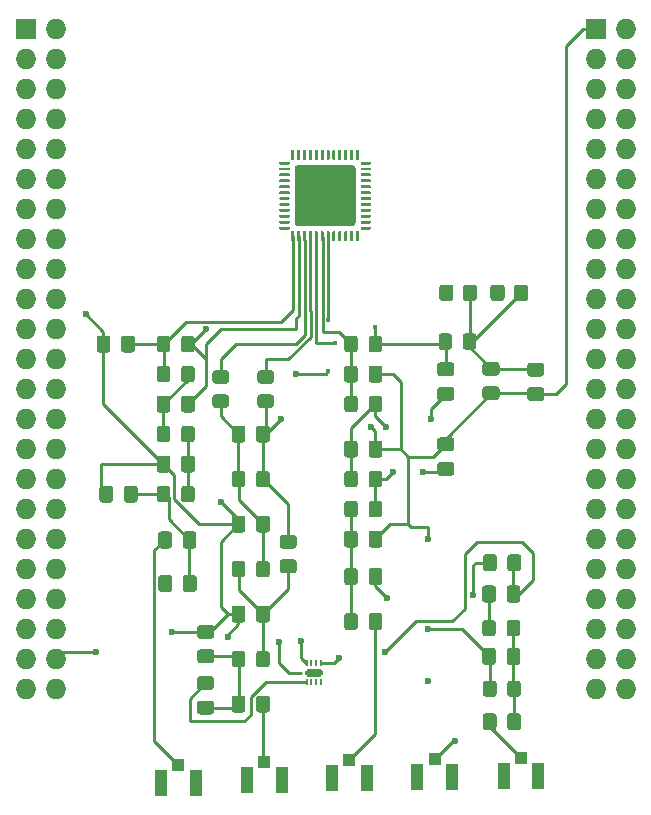
<source format=gbr>
%TF.GenerationSoftware,KiCad,Pcbnew,(5.1.10)-1*%
%TF.CreationDate,2021-09-06T20:05:53-04:00*%
%TF.ProjectId,BeagleBone-Black-Cape,42656167-6c65-4426-9f6e-652d426c6163,rev?*%
%TF.SameCoordinates,Original*%
%TF.FileFunction,Copper,L1,Top*%
%TF.FilePolarity,Positive*%
%FSLAX46Y46*%
G04 Gerber Fmt 4.6, Leading zero omitted, Abs format (unit mm)*
G04 Created by KiCad (PCBNEW (5.1.10)-1) date 2021-09-06 20:05:53*
%MOMM*%
%LPD*%
G01*
G04 APERTURE LIST*
%TA.AperFunction,EtchedComponent*%
%ADD10C,0.152400*%
%TD*%
%TA.AperFunction,SMDPad,CuDef*%
%ADD11R,0.500000X0.250000*%
%TD*%
%TA.AperFunction,SMDPad,CuDef*%
%ADD12R,1.244600X0.762000*%
%TD*%
%TA.AperFunction,SMDPad,CuDef*%
%ADD13R,0.203200X0.558800*%
%TD*%
%TA.AperFunction,SMDPad,CuDef*%
%ADD14R,1.050000X2.200000*%
%TD*%
%TA.AperFunction,SMDPad,CuDef*%
%ADD15R,1.000000X1.050000*%
%TD*%
%TA.AperFunction,ComponentPad*%
%ADD16R,1.727200X1.727200*%
%TD*%
%TA.AperFunction,ComponentPad*%
%ADD17O,1.727200X1.727200*%
%TD*%
%TA.AperFunction,ViaPad*%
%ADD18C,0.600000*%
%TD*%
%TA.AperFunction,ViaPad*%
%ADD19C,0.400000*%
%TD*%
%TA.AperFunction,Conductor*%
%ADD20C,0.250000*%
%TD*%
G04 APERTURE END LIST*
D10*
%TO.C,U2*%
X140131800Y-116865400D02*
X140131800Y-116967000D01*
X140081000Y-116865400D02*
X140131800Y-116865400D01*
X140081000Y-116967000D02*
X140081000Y-116865400D01*
X140131800Y-116967000D02*
X140081000Y-116967000D01*
X140131800Y-116865400D02*
X140131800Y-116763800D01*
X140081000Y-116865400D02*
X140131800Y-116865400D01*
X140081000Y-116763800D02*
X140081000Y-116865400D01*
X140131800Y-116763800D02*
X140081000Y-116763800D01*
X141376400Y-116865400D02*
X141376400Y-116967000D01*
X141427200Y-116865400D02*
X141376400Y-116865400D01*
X141427200Y-116967000D02*
X141427200Y-116865400D01*
X141376400Y-116967000D02*
X141427200Y-116967000D01*
X141376400Y-116865400D02*
X141376400Y-116763800D01*
X141427200Y-116865400D02*
X141376400Y-116865400D01*
X141427200Y-116763800D02*
X141427200Y-116865400D01*
X141376400Y-116763800D02*
X141427200Y-116763800D01*
%TD*%
D11*
%TO.P,CR13,2*%
%TO.N,RFC_SKY*%
X152488900Y-112527200D03*
%TO.P,CR13,1*%
%TO.N,GND8*%
X152488900Y-113177200D03*
%TD*%
D12*
%TO.P,U2,9*%
%TO.N,GND8*%
X140754100Y-116865400D03*
D13*
%TO.P,U2,8*%
%TO.N,RF3_SKY*%
X141354099Y-117640100D03*
%TO.P,U2,7*%
%TO.N,V3_SKY*%
X140954100Y-117640100D03*
%TO.P,U2,6*%
%TO.N,V2_SKY*%
X140554100Y-117640100D03*
%TO.P,U2,5*%
%TO.N,RF2_SKY*%
X140154101Y-117640100D03*
%TO.P,U2,4*%
%TO.N,RF1_SKY*%
X140154101Y-116090700D03*
%TO.P,U2,3*%
%TO.N,V1_SKY*%
X140554100Y-116090700D03*
%TO.P,U2,2*%
%TO.N,N/C*%
X140954100Y-116090700D03*
%TO.P,U2,1*%
%TO.N,RFC_SKY*%
X141354099Y-116090700D03*
%TD*%
%TO.P,Z63,2*%
%TO.N,N/C*%
%TA.AperFunction,SMDPad,CuDef*%
G36*
G01*
X156229900Y-120556000D02*
X156229900Y-121506000D01*
G75*
G02*
X155979900Y-121756000I-250000J0D01*
G01*
X155304900Y-121756000D01*
G75*
G02*
X155054900Y-121506000I0J250000D01*
G01*
X155054900Y-120556000D01*
G75*
G02*
X155304900Y-120306000I250000J0D01*
G01*
X155979900Y-120306000D01*
G75*
G02*
X156229900Y-120556000I0J-250000D01*
G01*
G37*
%TD.AperFunction*%
%TO.P,Z63,1*%
%TO.N,Net-(Z60-Pad2)*%
%TA.AperFunction,SMDPad,CuDef*%
G36*
G01*
X158304900Y-120556000D02*
X158304900Y-121506000D01*
G75*
G02*
X158054900Y-121756000I-250000J0D01*
G01*
X157379900Y-121756000D01*
G75*
G02*
X157129900Y-121506000I0J250000D01*
G01*
X157129900Y-120556000D01*
G75*
G02*
X157379900Y-120306000I250000J0D01*
G01*
X158054900Y-120306000D01*
G75*
G02*
X158304900Y-120556000I0J-250000D01*
G01*
G37*
%TD.AperFunction*%
%TD*%
%TO.P,Z62,2*%
%TO.N,GND8*%
%TA.AperFunction,SMDPad,CuDef*%
G36*
G01*
X156229900Y-117786999D02*
X156229900Y-118687001D01*
G75*
G02*
X155979901Y-118937000I-249999J0D01*
G01*
X155329899Y-118937000D01*
G75*
G02*
X155079900Y-118687001I0J249999D01*
G01*
X155079900Y-117786999D01*
G75*
G02*
X155329899Y-117537000I249999J0D01*
G01*
X155979901Y-117537000D01*
G75*
G02*
X156229900Y-117786999I0J-249999D01*
G01*
G37*
%TD.AperFunction*%
%TO.P,Z62,1*%
%TO.N,Net-(Z60-Pad2)*%
%TA.AperFunction,SMDPad,CuDef*%
G36*
G01*
X158279900Y-117786999D02*
X158279900Y-118687001D01*
G75*
G02*
X158029901Y-118937000I-249999J0D01*
G01*
X157379899Y-118937000D01*
G75*
G02*
X157129900Y-118687001I0J249999D01*
G01*
X157129900Y-117786999D01*
G75*
G02*
X157379899Y-117537000I249999J0D01*
G01*
X158029901Y-117537000D01*
G75*
G02*
X158279900Y-117786999I0J-249999D01*
G01*
G37*
%TD.AperFunction*%
%TD*%
%TO.P,Z61,2*%
%TO.N,GND8*%
%TA.AperFunction,SMDPad,CuDef*%
G36*
G01*
X156179100Y-115018800D02*
X156179100Y-115968800D01*
G75*
G02*
X155929100Y-116218800I-250000J0D01*
G01*
X155254100Y-116218800D01*
G75*
G02*
X155004100Y-115968800I0J250000D01*
G01*
X155004100Y-115018800D01*
G75*
G02*
X155254100Y-114768800I250000J0D01*
G01*
X155929100Y-114768800D01*
G75*
G02*
X156179100Y-115018800I0J-250000D01*
G01*
G37*
%TD.AperFunction*%
%TO.P,Z61,1*%
%TO.N,Net-(Z60-Pad2)*%
%TA.AperFunction,SMDPad,CuDef*%
G36*
G01*
X158254100Y-115018800D02*
X158254100Y-115968800D01*
G75*
G02*
X158004100Y-116218800I-250000J0D01*
G01*
X157329100Y-116218800D01*
G75*
G02*
X157079100Y-115968800I0J250000D01*
G01*
X157079100Y-115018800D01*
G75*
G02*
X157329100Y-114768800I250000J0D01*
G01*
X158004100Y-114768800D01*
G75*
G02*
X158254100Y-115018800I0J-250000D01*
G01*
G37*
%TD.AperFunction*%
%TD*%
%TO.P,Z60,2*%
%TO.N,Net-(Z60-Pad2)*%
%TA.AperFunction,SMDPad,CuDef*%
G36*
G01*
X157079100Y-113556201D02*
X157079100Y-112656199D01*
G75*
G02*
X157329099Y-112406200I249999J0D01*
G01*
X157979101Y-112406200D01*
G75*
G02*
X158229100Y-112656199I0J-249999D01*
G01*
X158229100Y-113556201D01*
G75*
G02*
X157979101Y-113806200I-249999J0D01*
G01*
X157329099Y-113806200D01*
G75*
G02*
X157079100Y-113556201I0J249999D01*
G01*
G37*
%TD.AperFunction*%
%TO.P,Z60,1*%
%TO.N,Net-(C482-Pad2)*%
%TA.AperFunction,SMDPad,CuDef*%
G36*
G01*
X155029100Y-113556201D02*
X155029100Y-112656199D01*
G75*
G02*
X155279099Y-112406200I249999J0D01*
G01*
X155929101Y-112406200D01*
G75*
G02*
X156179100Y-112656199I0J-249999D01*
G01*
X156179100Y-113556201D01*
G75*
G02*
X155929101Y-113806200I-249999J0D01*
G01*
X155279099Y-113806200D01*
G75*
G02*
X155029100Y-113556201I0J249999D01*
G01*
G37*
%TD.AperFunction*%
%TD*%
%TO.P,R54,2*%
%TO.N,Net-(C51-Pad1)*%
%TA.AperFunction,SMDPad,CuDef*%
G36*
G01*
X157714900Y-85159001D02*
X157714900Y-84258999D01*
G75*
G02*
X157964899Y-84009000I249999J0D01*
G01*
X158664901Y-84009000D01*
G75*
G02*
X158914900Y-84258999I0J-249999D01*
G01*
X158914900Y-85159001D01*
G75*
G02*
X158664901Y-85409000I-249999J0D01*
G01*
X157964899Y-85409000D01*
G75*
G02*
X157714900Y-85159001I0J249999D01*
G01*
G37*
%TD.AperFunction*%
%TO.P,R54,1*%
%TO.N,N/C*%
%TA.AperFunction,SMDPad,CuDef*%
G36*
G01*
X155714900Y-85159001D02*
X155714900Y-84258999D01*
G75*
G02*
X155964899Y-84009000I249999J0D01*
G01*
X156664901Y-84009000D01*
G75*
G02*
X156914900Y-84258999I0J-249999D01*
G01*
X156914900Y-85159001D01*
G75*
G02*
X156664901Y-85409000I-249999J0D01*
G01*
X155964899Y-85409000D01*
G75*
G02*
X155714900Y-85159001I0J249999D01*
G01*
G37*
%TD.AperFunction*%
%TD*%
%TO.P,R53,2*%
%TO.N,Net-(C51-Pad1)*%
%TA.AperFunction,SMDPad,CuDef*%
G36*
G01*
X153380900Y-85159001D02*
X153380900Y-84258999D01*
G75*
G02*
X153630899Y-84009000I249999J0D01*
G01*
X154330901Y-84009000D01*
G75*
G02*
X154580900Y-84258999I0J-249999D01*
G01*
X154580900Y-85159001D01*
G75*
G02*
X154330901Y-85409000I-249999J0D01*
G01*
X153630899Y-85409000D01*
G75*
G02*
X153380900Y-85159001I0J249999D01*
G01*
G37*
%TD.AperFunction*%
%TO.P,R53,1*%
%TO.N,N/C*%
%TA.AperFunction,SMDPad,CuDef*%
G36*
G01*
X151380900Y-85159001D02*
X151380900Y-84258999D01*
G75*
G02*
X151630899Y-84009000I249999J0D01*
G01*
X152330901Y-84009000D01*
G75*
G02*
X152580900Y-84258999I0J-249999D01*
G01*
X152580900Y-85159001D01*
G75*
G02*
X152330901Y-85409000I-249999J0D01*
G01*
X151630899Y-85409000D01*
G75*
G02*
X151380900Y-85159001I0J249999D01*
G01*
G37*
%TD.AperFunction*%
%TD*%
%TO.P,L62,2*%
%TO.N,Net-(C53-Pad2)*%
%TA.AperFunction,SMDPad,CuDef*%
G36*
G01*
X145395100Y-94582401D02*
X145395100Y-93682399D01*
G75*
G02*
X145645099Y-93432400I249999J0D01*
G01*
X146295101Y-93432400D01*
G75*
G02*
X146545100Y-93682399I0J-249999D01*
G01*
X146545100Y-94582401D01*
G75*
G02*
X146295101Y-94832400I-249999J0D01*
G01*
X145645099Y-94832400D01*
G75*
G02*
X145395100Y-94582401I0J249999D01*
G01*
G37*
%TD.AperFunction*%
%TO.P,L62,1*%
%TO.N,RX_20dB_N*%
%TA.AperFunction,SMDPad,CuDef*%
G36*
G01*
X143345100Y-94582401D02*
X143345100Y-93682399D01*
G75*
G02*
X143595099Y-93432400I249999J0D01*
G01*
X144245101Y-93432400D01*
G75*
G02*
X144495100Y-93682399I0J-249999D01*
G01*
X144495100Y-94582401D01*
G75*
G02*
X144245101Y-94832400I-249999J0D01*
G01*
X143595099Y-94832400D01*
G75*
G02*
X143345100Y-94582401I0J249999D01*
G01*
G37*
%TD.AperFunction*%
%TD*%
%TO.P,L55,2*%
%TO.N,Net-(C497-Pad1)*%
%TA.AperFunction,SMDPad,CuDef*%
G36*
G01*
X144495100Y-102572399D02*
X144495100Y-103472401D01*
G75*
G02*
X144245101Y-103722400I-249999J0D01*
G01*
X143595099Y-103722400D01*
G75*
G02*
X143345100Y-103472401I0J249999D01*
G01*
X143345100Y-102572399D01*
G75*
G02*
X143595099Y-102322400I249999J0D01*
G01*
X144245101Y-102322400D01*
G75*
G02*
X144495100Y-102572399I0J-249999D01*
G01*
G37*
%TD.AperFunction*%
%TO.P,L55,1*%
%TO.N,Net-(C496-Pad1)*%
%TA.AperFunction,SMDPad,CuDef*%
G36*
G01*
X146545100Y-102572399D02*
X146545100Y-103472401D01*
G75*
G02*
X146295101Y-103722400I-249999J0D01*
G01*
X145645099Y-103722400D01*
G75*
G02*
X145395100Y-103472401I0J249999D01*
G01*
X145395100Y-102572399D01*
G75*
G02*
X145645099Y-102322400I249999J0D01*
G01*
X146295101Y-102322400D01*
G75*
G02*
X146545100Y-102572399I0J-249999D01*
G01*
G37*
%TD.AperFunction*%
%TD*%
%TO.P,L54,2*%
%TO.N,Net-(C496-Pad1)*%
%TA.AperFunction,SMDPad,CuDef*%
G36*
G01*
X145395100Y-100932401D02*
X145395100Y-100032399D01*
G75*
G02*
X145645099Y-99782400I249999J0D01*
G01*
X146295101Y-99782400D01*
G75*
G02*
X146545100Y-100032399I0J-249999D01*
G01*
X146545100Y-100932401D01*
G75*
G02*
X146295101Y-101182400I-249999J0D01*
G01*
X145645099Y-101182400D01*
G75*
G02*
X145395100Y-100932401I0J249999D01*
G01*
G37*
%TD.AperFunction*%
%TO.P,L54,1*%
%TO.N,Net-(C53-Pad2)*%
%TA.AperFunction,SMDPad,CuDef*%
G36*
G01*
X143345100Y-100932401D02*
X143345100Y-100032399D01*
G75*
G02*
X143595099Y-99782400I249999J0D01*
G01*
X144245101Y-99782400D01*
G75*
G02*
X144495100Y-100032399I0J-249999D01*
G01*
X144495100Y-100932401D01*
G75*
G02*
X144245101Y-101182400I-249999J0D01*
G01*
X143595099Y-101182400D01*
G75*
G02*
X143345100Y-100932401I0J249999D01*
G01*
G37*
%TD.AperFunction*%
%TD*%
%TO.P,L53,2*%
%TO.N,TX_20dB_P*%
%TA.AperFunction,SMDPad,CuDef*%
G36*
G01*
X152470700Y-88399199D02*
X152470700Y-89299201D01*
G75*
G02*
X152220701Y-89549200I-249999J0D01*
G01*
X151570699Y-89549200D01*
G75*
G02*
X151320700Y-89299201I0J249999D01*
G01*
X151320700Y-88399199D01*
G75*
G02*
X151570699Y-88149200I249999J0D01*
G01*
X152220701Y-88149200D01*
G75*
G02*
X152470700Y-88399199I0J-249999D01*
G01*
G37*
%TD.AperFunction*%
%TO.P,L53,1*%
%TO.N,Net-(C51-Pad1)*%
%TA.AperFunction,SMDPad,CuDef*%
G36*
G01*
X154520700Y-88399199D02*
X154520700Y-89299201D01*
G75*
G02*
X154270701Y-89549200I-249999J0D01*
G01*
X153620699Y-89549200D01*
G75*
G02*
X153370700Y-89299201I0J249999D01*
G01*
X153370700Y-88399199D01*
G75*
G02*
X153620699Y-88149200I249999J0D01*
G01*
X154270701Y-88149200D01*
G75*
G02*
X154520700Y-88399199I0J-249999D01*
G01*
G37*
%TD.AperFunction*%
%TD*%
%TO.P,L52,2*%
%TO.N,RX_20dB_N*%
%TA.AperFunction,SMDPad,CuDef*%
G36*
G01*
X144495100Y-88602399D02*
X144495100Y-89502401D01*
G75*
G02*
X144245101Y-89752400I-249999J0D01*
G01*
X143595099Y-89752400D01*
G75*
G02*
X143345100Y-89502401I0J249999D01*
G01*
X143345100Y-88602399D01*
G75*
G02*
X143595099Y-88352400I249999J0D01*
G01*
X144245101Y-88352400D01*
G75*
G02*
X144495100Y-88602399I0J-249999D01*
G01*
G37*
%TD.AperFunction*%
%TO.P,L52,1*%
%TO.N,TX_20dB_P*%
%TA.AperFunction,SMDPad,CuDef*%
G36*
G01*
X146545100Y-88602399D02*
X146545100Y-89502401D01*
G75*
G02*
X146295101Y-89752400I-249999J0D01*
G01*
X145645099Y-89752400D01*
G75*
G02*
X145395100Y-89502401I0J249999D01*
G01*
X145395100Y-88602399D01*
G75*
G02*
X145645099Y-88352400I249999J0D01*
G01*
X146295101Y-88352400D01*
G75*
G02*
X146545100Y-88602399I0J-249999D01*
G01*
G37*
%TD.AperFunction*%
%TD*%
%TO.P,C497,2*%
%TO.N,GND8*%
%TA.AperFunction,SMDPad,CuDef*%
G36*
G01*
X145395100Y-106037400D02*
X145395100Y-105087400D01*
G75*
G02*
X145645100Y-104837400I250000J0D01*
G01*
X146320100Y-104837400D01*
G75*
G02*
X146570100Y-105087400I0J-250000D01*
G01*
X146570100Y-106037400D01*
G75*
G02*
X146320100Y-106287400I-250000J0D01*
G01*
X145645100Y-106287400D01*
G75*
G02*
X145395100Y-106037400I0J250000D01*
G01*
G37*
%TD.AperFunction*%
%TO.P,C497,1*%
%TO.N,Net-(C497-Pad1)*%
%TA.AperFunction,SMDPad,CuDef*%
G36*
G01*
X143320100Y-106037400D02*
X143320100Y-105087400D01*
G75*
G02*
X143570100Y-104837400I250000J0D01*
G01*
X144245100Y-104837400D01*
G75*
G02*
X144495100Y-105087400I0J-250000D01*
G01*
X144495100Y-106037400D01*
G75*
G02*
X144245100Y-106287400I-250000J0D01*
G01*
X143570100Y-106287400D01*
G75*
G02*
X143320100Y-106037400I0J250000D01*
G01*
G37*
%TD.AperFunction*%
%TD*%
%TO.P,C496,2*%
%TO.N,GND8*%
%TA.AperFunction,SMDPad,CuDef*%
G36*
G01*
X152405100Y-98127400D02*
X151455100Y-98127400D01*
G75*
G02*
X151205100Y-97877400I0J250000D01*
G01*
X151205100Y-97202400D01*
G75*
G02*
X151455100Y-96952400I250000J0D01*
G01*
X152405100Y-96952400D01*
G75*
G02*
X152655100Y-97202400I0J-250000D01*
G01*
X152655100Y-97877400D01*
G75*
G02*
X152405100Y-98127400I-250000J0D01*
G01*
G37*
%TD.AperFunction*%
%TO.P,C496,1*%
%TO.N,Net-(C496-Pad1)*%
%TA.AperFunction,SMDPad,CuDef*%
G36*
G01*
X152405100Y-100202400D02*
X151455100Y-100202400D01*
G75*
G02*
X151205100Y-99952400I0J250000D01*
G01*
X151205100Y-99277400D01*
G75*
G02*
X151455100Y-99027400I250000J0D01*
G01*
X152405100Y-99027400D01*
G75*
G02*
X152655100Y-99277400I0J-250000D01*
G01*
X152655100Y-99952400D01*
G75*
G02*
X152405100Y-100202400I-250000J0D01*
G01*
G37*
%TD.AperFunction*%
%TD*%
%TO.P,C492,2*%
%TO.N,Net-(AE1-Pad1)*%
%TA.AperFunction,SMDPad,CuDef*%
G36*
G01*
X128747100Y-105163600D02*
X128747100Y-106113600D01*
G75*
G02*
X128497100Y-106363600I-250000J0D01*
G01*
X127822100Y-106363600D01*
G75*
G02*
X127572100Y-106113600I0J250000D01*
G01*
X127572100Y-105163600D01*
G75*
G02*
X127822100Y-104913600I250000J0D01*
G01*
X128497100Y-104913600D01*
G75*
G02*
X128747100Y-105163600I0J-250000D01*
G01*
G37*
%TD.AperFunction*%
%TO.P,C492,1*%
%TO.N,Net-(C14-Pad1)*%
%TA.AperFunction,SMDPad,CuDef*%
G36*
G01*
X130822100Y-105163600D02*
X130822100Y-106113600D01*
G75*
G02*
X130572100Y-106363600I-250000J0D01*
G01*
X129897100Y-106363600D01*
G75*
G02*
X129647100Y-106113600I0J250000D01*
G01*
X129647100Y-105163600D01*
G75*
G02*
X129897100Y-104913600I250000J0D01*
G01*
X130572100Y-104913600D01*
G75*
G02*
X130822100Y-105163600I0J-250000D01*
G01*
G37*
%TD.AperFunction*%
%TD*%
%TO.P,C491,2*%
%TO.N,RF3_SKY*%
%TA.AperFunction,SMDPad,CuDef*%
G36*
G01*
X128772500Y-108846600D02*
X128772500Y-109796600D01*
G75*
G02*
X128522500Y-110046600I-250000J0D01*
G01*
X127847500Y-110046600D01*
G75*
G02*
X127597500Y-109796600I0J250000D01*
G01*
X127597500Y-108846600D01*
G75*
G02*
X127847500Y-108596600I250000J0D01*
G01*
X128522500Y-108596600D01*
G75*
G02*
X128772500Y-108846600I0J-250000D01*
G01*
G37*
%TD.AperFunction*%
%TO.P,C491,1*%
%TO.N,Net-(C14-Pad1)*%
%TA.AperFunction,SMDPad,CuDef*%
G36*
G01*
X130847500Y-108846600D02*
X130847500Y-109796600D01*
G75*
G02*
X130597500Y-110046600I-250000J0D01*
G01*
X129922500Y-110046600D01*
G75*
G02*
X129672500Y-109796600I0J250000D01*
G01*
X129672500Y-108846600D01*
G75*
G02*
X129922500Y-108596600I250000J0D01*
G01*
X130597500Y-108596600D01*
G75*
G02*
X130847500Y-108846600I0J-250000D01*
G01*
G37*
%TD.AperFunction*%
%TD*%
%TO.P,C483,2*%
%TO.N,RFC_SKY*%
%TA.AperFunction,SMDPad,CuDef*%
G36*
G01*
X157155300Y-108044000D02*
X157155300Y-107094000D01*
G75*
G02*
X157405300Y-106844000I250000J0D01*
G01*
X158080300Y-106844000D01*
G75*
G02*
X158330300Y-107094000I0J-250000D01*
G01*
X158330300Y-108044000D01*
G75*
G02*
X158080300Y-108294000I-250000J0D01*
G01*
X157405300Y-108294000D01*
G75*
G02*
X157155300Y-108044000I0J250000D01*
G01*
G37*
%TD.AperFunction*%
%TO.P,C483,1*%
%TO.N,Net-(AE5-Pad1)*%
%TA.AperFunction,SMDPad,CuDef*%
G36*
G01*
X155080300Y-108044000D02*
X155080300Y-107094000D01*
G75*
G02*
X155330300Y-106844000I250000J0D01*
G01*
X156005300Y-106844000D01*
G75*
G02*
X156255300Y-107094000I0J-250000D01*
G01*
X156255300Y-108044000D01*
G75*
G02*
X156005300Y-108294000I-250000J0D01*
G01*
X155330300Y-108294000D01*
G75*
G02*
X155080300Y-108044000I0J250000D01*
G01*
G37*
%TD.AperFunction*%
%TD*%
%TO.P,C482,2*%
%TO.N,Net-(C482-Pad2)*%
%TA.AperFunction,SMDPad,CuDef*%
G36*
G01*
X156179100Y-109735600D02*
X156179100Y-110685600D01*
G75*
G02*
X155929100Y-110935600I-250000J0D01*
G01*
X155254100Y-110935600D01*
G75*
G02*
X155004100Y-110685600I0J250000D01*
G01*
X155004100Y-109735600D01*
G75*
G02*
X155254100Y-109485600I250000J0D01*
G01*
X155929100Y-109485600D01*
G75*
G02*
X156179100Y-109735600I0J-250000D01*
G01*
G37*
%TD.AperFunction*%
%TO.P,C482,1*%
%TO.N,RFC_SKY*%
%TA.AperFunction,SMDPad,CuDef*%
G36*
G01*
X158254100Y-109735600D02*
X158254100Y-110685600D01*
G75*
G02*
X158004100Y-110935600I-250000J0D01*
G01*
X157329100Y-110935600D01*
G75*
G02*
X157079100Y-110685600I0J250000D01*
G01*
X157079100Y-109735600D01*
G75*
G02*
X157329100Y-109485600I250000J0D01*
G01*
X158004100Y-109485600D01*
G75*
G02*
X158254100Y-109735600I0J-250000D01*
G01*
G37*
%TD.AperFunction*%
%TD*%
%TO.P,C62,2*%
%TO.N,GND8*%
%TA.AperFunction,SMDPad,CuDef*%
G36*
G01*
X145395100Y-98417400D02*
X145395100Y-97467400D01*
G75*
G02*
X145645100Y-97217400I250000J0D01*
G01*
X146320100Y-97217400D01*
G75*
G02*
X146570100Y-97467400I0J-250000D01*
G01*
X146570100Y-98417400D01*
G75*
G02*
X146320100Y-98667400I-250000J0D01*
G01*
X145645100Y-98667400D01*
G75*
G02*
X145395100Y-98417400I0J250000D01*
G01*
G37*
%TD.AperFunction*%
%TO.P,C62,1*%
%TO.N,Net-(C53-Pad2)*%
%TA.AperFunction,SMDPad,CuDef*%
G36*
G01*
X143320100Y-98417400D02*
X143320100Y-97467400D01*
G75*
G02*
X143570100Y-97217400I250000J0D01*
G01*
X144245100Y-97217400D01*
G75*
G02*
X144495100Y-97467400I0J-250000D01*
G01*
X144495100Y-98417400D01*
G75*
G02*
X144245100Y-98667400I-250000J0D01*
G01*
X143570100Y-98667400D01*
G75*
G02*
X143320100Y-98417400I0J250000D01*
G01*
G37*
%TD.AperFunction*%
%TD*%
%TO.P,C61,2*%
%TO.N,RX_20dB_N*%
%TA.AperFunction,SMDPad,CuDef*%
G36*
G01*
X144495100Y-91117400D02*
X144495100Y-92067400D01*
G75*
G02*
X144245100Y-92317400I-250000J0D01*
G01*
X143570100Y-92317400D01*
G75*
G02*
X143320100Y-92067400I0J250000D01*
G01*
X143320100Y-91117400D01*
G75*
G02*
X143570100Y-90867400I250000J0D01*
G01*
X144245100Y-90867400D01*
G75*
G02*
X144495100Y-91117400I0J-250000D01*
G01*
G37*
%TD.AperFunction*%
%TO.P,C61,1*%
%TO.N,GND8*%
%TA.AperFunction,SMDPad,CuDef*%
G36*
G01*
X146570100Y-91117400D02*
X146570100Y-92067400D01*
G75*
G02*
X146320100Y-92317400I-250000J0D01*
G01*
X145645100Y-92317400D01*
G75*
G02*
X145395100Y-92067400I0J250000D01*
G01*
X145395100Y-91117400D01*
G75*
G02*
X145645100Y-90867400I250000J0D01*
G01*
X146320100Y-90867400D01*
G75*
G02*
X146570100Y-91117400I0J-250000D01*
G01*
G37*
%TD.AperFunction*%
%TD*%
%TO.P,C59,2*%
%TO.N,Net-(AE3-Pad1)*%
%TA.AperFunction,SMDPad,CuDef*%
G36*
G01*
X145395100Y-113022400D02*
X145395100Y-112072400D01*
G75*
G02*
X145645100Y-111822400I250000J0D01*
G01*
X146320100Y-111822400D01*
G75*
G02*
X146570100Y-112072400I0J-250000D01*
G01*
X146570100Y-113022400D01*
G75*
G02*
X146320100Y-113272400I-250000J0D01*
G01*
X145645100Y-113272400D01*
G75*
G02*
X145395100Y-113022400I0J250000D01*
G01*
G37*
%TD.AperFunction*%
%TO.P,C59,1*%
%TO.N,Net-(C497-Pad1)*%
%TA.AperFunction,SMDPad,CuDef*%
G36*
G01*
X143320100Y-113022400D02*
X143320100Y-112072400D01*
G75*
G02*
X143570100Y-111822400I250000J0D01*
G01*
X144245100Y-111822400D01*
G75*
G02*
X144495100Y-112072400I0J-250000D01*
G01*
X144495100Y-113022400D01*
G75*
G02*
X144245100Y-113272400I-250000J0D01*
G01*
X143570100Y-113272400D01*
G75*
G02*
X143320100Y-113022400I0J250000D01*
G01*
G37*
%TD.AperFunction*%
%TD*%
%TO.P,C58,2*%
%TO.N,RF1_SKY*%
%TA.AperFunction,SMDPad,CuDef*%
G36*
G01*
X145395100Y-109212400D02*
X145395100Y-108262400D01*
G75*
G02*
X145645100Y-108012400I250000J0D01*
G01*
X146320100Y-108012400D01*
G75*
G02*
X146570100Y-108262400I0J-250000D01*
G01*
X146570100Y-109212400D01*
G75*
G02*
X146320100Y-109462400I-250000J0D01*
G01*
X145645100Y-109462400D01*
G75*
G02*
X145395100Y-109212400I0J250000D01*
G01*
G37*
%TD.AperFunction*%
%TO.P,C58,1*%
%TO.N,Net-(C497-Pad1)*%
%TA.AperFunction,SMDPad,CuDef*%
G36*
G01*
X143320100Y-109212400D02*
X143320100Y-108262400D01*
G75*
G02*
X143570100Y-108012400I250000J0D01*
G01*
X144245100Y-108012400D01*
G75*
G02*
X144495100Y-108262400I0J-250000D01*
G01*
X144495100Y-109212400D01*
G75*
G02*
X144245100Y-109462400I-250000J0D01*
G01*
X143570100Y-109462400D01*
G75*
G02*
X143320100Y-109212400I0J250000D01*
G01*
G37*
%TD.AperFunction*%
%TD*%
%TO.P,C53,2*%
%TO.N,Net-(C53-Pad2)*%
%TA.AperFunction,SMDPad,CuDef*%
G36*
G01*
X151455100Y-92677400D02*
X152405100Y-92677400D01*
G75*
G02*
X152655100Y-92927400I0J-250000D01*
G01*
X152655100Y-93602400D01*
G75*
G02*
X152405100Y-93852400I-250000J0D01*
G01*
X151455100Y-93852400D01*
G75*
G02*
X151205100Y-93602400I0J250000D01*
G01*
X151205100Y-92927400D01*
G75*
G02*
X151455100Y-92677400I250000J0D01*
G01*
G37*
%TD.AperFunction*%
%TO.P,C53,1*%
%TO.N,TX_20dB_P*%
%TA.AperFunction,SMDPad,CuDef*%
G36*
G01*
X151455100Y-90602400D02*
X152405100Y-90602400D01*
G75*
G02*
X152655100Y-90852400I0J-250000D01*
G01*
X152655100Y-91527400D01*
G75*
G02*
X152405100Y-91777400I-250000J0D01*
G01*
X151455100Y-91777400D01*
G75*
G02*
X151205100Y-91527400I0J250000D01*
G01*
X151205100Y-90852400D01*
G75*
G02*
X151455100Y-90602400I250000J0D01*
G01*
G37*
%TD.AperFunction*%
%TD*%
%TO.P,C52,2*%
%TO.N,GND8*%
%TA.AperFunction,SMDPad,CuDef*%
G36*
G01*
X159075100Y-92702800D02*
X160025100Y-92702800D01*
G75*
G02*
X160275100Y-92952800I0J-250000D01*
G01*
X160275100Y-93627800D01*
G75*
G02*
X160025100Y-93877800I-250000J0D01*
G01*
X159075100Y-93877800D01*
G75*
G02*
X158825100Y-93627800I0J250000D01*
G01*
X158825100Y-92952800D01*
G75*
G02*
X159075100Y-92702800I250000J0D01*
G01*
G37*
%TD.AperFunction*%
%TO.P,C52,1*%
%TO.N,Net-(C51-Pad1)*%
%TA.AperFunction,SMDPad,CuDef*%
G36*
G01*
X159075100Y-90627800D02*
X160025100Y-90627800D01*
G75*
G02*
X160275100Y-90877800I0J-250000D01*
G01*
X160275100Y-91552800D01*
G75*
G02*
X160025100Y-91802800I-250000J0D01*
G01*
X159075100Y-91802800D01*
G75*
G02*
X158825100Y-91552800I0J250000D01*
G01*
X158825100Y-90877800D01*
G75*
G02*
X159075100Y-90627800I250000J0D01*
G01*
G37*
%TD.AperFunction*%
%TD*%
%TO.P,C51,2*%
%TO.N,GND8*%
%TA.AperFunction,SMDPad,CuDef*%
G36*
G01*
X155290500Y-92626600D02*
X156240500Y-92626600D01*
G75*
G02*
X156490500Y-92876600I0J-250000D01*
G01*
X156490500Y-93551600D01*
G75*
G02*
X156240500Y-93801600I-250000J0D01*
G01*
X155290500Y-93801600D01*
G75*
G02*
X155040500Y-93551600I0J250000D01*
G01*
X155040500Y-92876600D01*
G75*
G02*
X155290500Y-92626600I250000J0D01*
G01*
G37*
%TD.AperFunction*%
%TO.P,C51,1*%
%TO.N,Net-(C51-Pad1)*%
%TA.AperFunction,SMDPad,CuDef*%
G36*
G01*
X155290500Y-90551600D02*
X156240500Y-90551600D01*
G75*
G02*
X156490500Y-90801600I0J-250000D01*
G01*
X156490500Y-91476600D01*
G75*
G02*
X156240500Y-91726600I-250000J0D01*
G01*
X155290500Y-91726600D01*
G75*
G02*
X155040500Y-91476600I0J250000D01*
G01*
X155040500Y-90801600D01*
G75*
G02*
X155290500Y-90551600I250000J0D01*
G01*
G37*
%TD.AperFunction*%
%TD*%
%TO.P,C36,2*%
%TO.N,RF2_SKY*%
%TA.AperFunction,SMDPad,CuDef*%
G36*
G01*
X132059700Y-118345800D02*
X131109700Y-118345800D01*
G75*
G02*
X130859700Y-118095800I0J250000D01*
G01*
X130859700Y-117420800D01*
G75*
G02*
X131109700Y-117170800I250000J0D01*
G01*
X132059700Y-117170800D01*
G75*
G02*
X132309700Y-117420800I0J-250000D01*
G01*
X132309700Y-118095800D01*
G75*
G02*
X132059700Y-118345800I-250000J0D01*
G01*
G37*
%TD.AperFunction*%
%TO.P,C36,1*%
%TO.N,Net-(C36-Pad1)*%
%TA.AperFunction,SMDPad,CuDef*%
G36*
G01*
X132059700Y-120420800D02*
X131109700Y-120420800D01*
G75*
G02*
X130859700Y-120170800I0J250000D01*
G01*
X130859700Y-119495800D01*
G75*
G02*
X131109700Y-119245800I250000J0D01*
G01*
X132059700Y-119245800D01*
G75*
G02*
X132309700Y-119495800I0J-250000D01*
G01*
X132309700Y-120170800D01*
G75*
G02*
X132059700Y-120420800I-250000J0D01*
G01*
G37*
%TD.AperFunction*%
%TD*%
D14*
%TO.P,AE5,2*%
%TO.N,N/C*%
X152465300Y-125722400D03*
D15*
%TO.P,AE5,1*%
%TO.N,Net-(AE5-Pad1)*%
X150990300Y-124197400D03*
D14*
%TO.P,AE5,2*%
%TO.N,N/C*%
X149515300Y-125722400D03*
%TD*%
%TO.P,AE4,2*%
%TO.N,N/C*%
X159780500Y-125646200D03*
D15*
%TO.P,AE4,1*%
X158305500Y-124121200D03*
D14*
%TO.P,AE4,2*%
X156830500Y-125646200D03*
%TD*%
%TO.P,AE3,2*%
%TO.N,N/C*%
X145251700Y-125773200D03*
D15*
%TO.P,AE3,1*%
%TO.N,Net-(AE3-Pad1)*%
X143776700Y-124248200D03*
D14*
%TO.P,AE3,2*%
%TO.N,N/C*%
X142301700Y-125773200D03*
%TD*%
%TO.P,AE2,2*%
%TO.N,N/C*%
X138038100Y-126001800D03*
D15*
%TO.P,AE2,1*%
%TO.N,Net-(AE2-Pad1)*%
X136563100Y-124476800D03*
D14*
%TO.P,AE2,2*%
%TO.N,N/C*%
X135088100Y-126001800D03*
%TD*%
%TO.P,AE1,2*%
%TO.N,N/C*%
X130773700Y-126179600D03*
D15*
%TO.P,AE1,1*%
%TO.N,Net-(AE1-Pad1)*%
X129298700Y-124654600D03*
D14*
%TO.P,AE1,2*%
%TO.N,N/C*%
X127823700Y-126179600D03*
%TD*%
%TO.P,U1,48*%
%TO.N,N/C*%
%TA.AperFunction,SMDPad,CuDef*%
G36*
G01*
X138656800Y-79354400D02*
X137906800Y-79354400D01*
G75*
G02*
X137844300Y-79291900I0J62500D01*
G01*
X137844300Y-79166900D01*
G75*
G02*
X137906800Y-79104400I62500J0D01*
G01*
X138656800Y-79104400D01*
G75*
G02*
X138719300Y-79166900I0J-62500D01*
G01*
X138719300Y-79291900D01*
G75*
G02*
X138656800Y-79354400I-62500J0D01*
G01*
G37*
%TD.AperFunction*%
%TO.P,U1,47*%
%TA.AperFunction,SMDPad,CuDef*%
G36*
G01*
X138656800Y-78854400D02*
X137906800Y-78854400D01*
G75*
G02*
X137844300Y-78791900I0J62500D01*
G01*
X137844300Y-78666900D01*
G75*
G02*
X137906800Y-78604400I62500J0D01*
G01*
X138656800Y-78604400D01*
G75*
G02*
X138719300Y-78666900I0J-62500D01*
G01*
X138719300Y-78791900D01*
G75*
G02*
X138656800Y-78854400I-62500J0D01*
G01*
G37*
%TD.AperFunction*%
%TO.P,U1,46*%
%TA.AperFunction,SMDPad,CuDef*%
G36*
G01*
X138656800Y-78354400D02*
X137906800Y-78354400D01*
G75*
G02*
X137844300Y-78291900I0J62500D01*
G01*
X137844300Y-78166900D01*
G75*
G02*
X137906800Y-78104400I62500J0D01*
G01*
X138656800Y-78104400D01*
G75*
G02*
X138719300Y-78166900I0J-62500D01*
G01*
X138719300Y-78291900D01*
G75*
G02*
X138656800Y-78354400I-62500J0D01*
G01*
G37*
%TD.AperFunction*%
%TO.P,U1,45*%
%TA.AperFunction,SMDPad,CuDef*%
G36*
G01*
X138656800Y-77854400D02*
X137906800Y-77854400D01*
G75*
G02*
X137844300Y-77791900I0J62500D01*
G01*
X137844300Y-77666900D01*
G75*
G02*
X137906800Y-77604400I62500J0D01*
G01*
X138656800Y-77604400D01*
G75*
G02*
X138719300Y-77666900I0J-62500D01*
G01*
X138719300Y-77791900D01*
G75*
G02*
X138656800Y-77854400I-62500J0D01*
G01*
G37*
%TD.AperFunction*%
%TO.P,U1,44*%
%TA.AperFunction,SMDPad,CuDef*%
G36*
G01*
X138656800Y-77354400D02*
X137906800Y-77354400D01*
G75*
G02*
X137844300Y-77291900I0J62500D01*
G01*
X137844300Y-77166900D01*
G75*
G02*
X137906800Y-77104400I62500J0D01*
G01*
X138656800Y-77104400D01*
G75*
G02*
X138719300Y-77166900I0J-62500D01*
G01*
X138719300Y-77291900D01*
G75*
G02*
X138656800Y-77354400I-62500J0D01*
G01*
G37*
%TD.AperFunction*%
%TO.P,U1,43*%
%TO.N,V2_SKY*%
%TA.AperFunction,SMDPad,CuDef*%
G36*
G01*
X138656800Y-76854400D02*
X137906800Y-76854400D01*
G75*
G02*
X137844300Y-76791900I0J62500D01*
G01*
X137844300Y-76666900D01*
G75*
G02*
X137906800Y-76604400I62500J0D01*
G01*
X138656800Y-76604400D01*
G75*
G02*
X138719300Y-76666900I0J-62500D01*
G01*
X138719300Y-76791900D01*
G75*
G02*
X138656800Y-76854400I-62500J0D01*
G01*
G37*
%TD.AperFunction*%
%TO.P,U1,42*%
%TO.N,V1_SKY*%
%TA.AperFunction,SMDPad,CuDef*%
G36*
G01*
X138656800Y-76354400D02*
X137906800Y-76354400D01*
G75*
G02*
X137844300Y-76291900I0J62500D01*
G01*
X137844300Y-76166900D01*
G75*
G02*
X137906800Y-76104400I62500J0D01*
G01*
X138656800Y-76104400D01*
G75*
G02*
X138719300Y-76166900I0J-62500D01*
G01*
X138719300Y-76291900D01*
G75*
G02*
X138656800Y-76354400I-62500J0D01*
G01*
G37*
%TD.AperFunction*%
%TO.P,U1,41*%
%TO.N,V3_SKY*%
%TA.AperFunction,SMDPad,CuDef*%
G36*
G01*
X138656800Y-75854400D02*
X137906800Y-75854400D01*
G75*
G02*
X137844300Y-75791900I0J62500D01*
G01*
X137844300Y-75666900D01*
G75*
G02*
X137906800Y-75604400I62500J0D01*
G01*
X138656800Y-75604400D01*
G75*
G02*
X138719300Y-75666900I0J-62500D01*
G01*
X138719300Y-75791900D01*
G75*
G02*
X138656800Y-75854400I-62500J0D01*
G01*
G37*
%TD.AperFunction*%
%TO.P,U1,40*%
%TO.N,N/C*%
%TA.AperFunction,SMDPad,CuDef*%
G36*
G01*
X138656800Y-75354400D02*
X137906800Y-75354400D01*
G75*
G02*
X137844300Y-75291900I0J62500D01*
G01*
X137844300Y-75166900D01*
G75*
G02*
X137906800Y-75104400I62500J0D01*
G01*
X138656800Y-75104400D01*
G75*
G02*
X138719300Y-75166900I0J-62500D01*
G01*
X138719300Y-75291900D01*
G75*
G02*
X138656800Y-75354400I-62500J0D01*
G01*
G37*
%TD.AperFunction*%
%TO.P,U1,39*%
%TA.AperFunction,SMDPad,CuDef*%
G36*
G01*
X138656800Y-74854400D02*
X137906800Y-74854400D01*
G75*
G02*
X137844300Y-74791900I0J62500D01*
G01*
X137844300Y-74666900D01*
G75*
G02*
X137906800Y-74604400I62500J0D01*
G01*
X138656800Y-74604400D01*
G75*
G02*
X138719300Y-74666900I0J-62500D01*
G01*
X138719300Y-74791900D01*
G75*
G02*
X138656800Y-74854400I-62500J0D01*
G01*
G37*
%TD.AperFunction*%
%TO.P,U1,38*%
%TA.AperFunction,SMDPad,CuDef*%
G36*
G01*
X138656800Y-74354400D02*
X137906800Y-74354400D01*
G75*
G02*
X137844300Y-74291900I0J62500D01*
G01*
X137844300Y-74166900D01*
G75*
G02*
X137906800Y-74104400I62500J0D01*
G01*
X138656800Y-74104400D01*
G75*
G02*
X138719300Y-74166900I0J-62500D01*
G01*
X138719300Y-74291900D01*
G75*
G02*
X138656800Y-74354400I-62500J0D01*
G01*
G37*
%TD.AperFunction*%
%TO.P,U1,37*%
%TA.AperFunction,SMDPad,CuDef*%
G36*
G01*
X138656800Y-73854400D02*
X137906800Y-73854400D01*
G75*
G02*
X137844300Y-73791900I0J62500D01*
G01*
X137844300Y-73666900D01*
G75*
G02*
X137906800Y-73604400I62500J0D01*
G01*
X138656800Y-73604400D01*
G75*
G02*
X138719300Y-73666900I0J-62500D01*
G01*
X138719300Y-73791900D01*
G75*
G02*
X138656800Y-73854400I-62500J0D01*
G01*
G37*
%TD.AperFunction*%
%TO.P,U1,36*%
%TA.AperFunction,SMDPad,CuDef*%
G36*
G01*
X139031800Y-73479400D02*
X138906800Y-73479400D01*
G75*
G02*
X138844300Y-73416900I0J62500D01*
G01*
X138844300Y-72666900D01*
G75*
G02*
X138906800Y-72604400I62500J0D01*
G01*
X139031800Y-72604400D01*
G75*
G02*
X139094300Y-72666900I0J-62500D01*
G01*
X139094300Y-73416900D01*
G75*
G02*
X139031800Y-73479400I-62500J0D01*
G01*
G37*
%TD.AperFunction*%
%TO.P,U1,35*%
%TA.AperFunction,SMDPad,CuDef*%
G36*
G01*
X139531800Y-73479400D02*
X139406800Y-73479400D01*
G75*
G02*
X139344300Y-73416900I0J62500D01*
G01*
X139344300Y-72666900D01*
G75*
G02*
X139406800Y-72604400I62500J0D01*
G01*
X139531800Y-72604400D01*
G75*
G02*
X139594300Y-72666900I0J-62500D01*
G01*
X139594300Y-73416900D01*
G75*
G02*
X139531800Y-73479400I-62500J0D01*
G01*
G37*
%TD.AperFunction*%
%TO.P,U1,34*%
%TA.AperFunction,SMDPad,CuDef*%
G36*
G01*
X140031800Y-73479400D02*
X139906800Y-73479400D01*
G75*
G02*
X139844300Y-73416900I0J62500D01*
G01*
X139844300Y-72666900D01*
G75*
G02*
X139906800Y-72604400I62500J0D01*
G01*
X140031800Y-72604400D01*
G75*
G02*
X140094300Y-72666900I0J-62500D01*
G01*
X140094300Y-73416900D01*
G75*
G02*
X140031800Y-73479400I-62500J0D01*
G01*
G37*
%TD.AperFunction*%
%TO.P,U1,33*%
%TA.AperFunction,SMDPad,CuDef*%
G36*
G01*
X140531800Y-73479400D02*
X140406800Y-73479400D01*
G75*
G02*
X140344300Y-73416900I0J62500D01*
G01*
X140344300Y-72666900D01*
G75*
G02*
X140406800Y-72604400I62500J0D01*
G01*
X140531800Y-72604400D01*
G75*
G02*
X140594300Y-72666900I0J-62500D01*
G01*
X140594300Y-73416900D01*
G75*
G02*
X140531800Y-73479400I-62500J0D01*
G01*
G37*
%TD.AperFunction*%
%TO.P,U1,32*%
%TA.AperFunction,SMDPad,CuDef*%
G36*
G01*
X141031800Y-73479400D02*
X140906800Y-73479400D01*
G75*
G02*
X140844300Y-73416900I0J62500D01*
G01*
X140844300Y-72666900D01*
G75*
G02*
X140906800Y-72604400I62500J0D01*
G01*
X141031800Y-72604400D01*
G75*
G02*
X141094300Y-72666900I0J-62500D01*
G01*
X141094300Y-73416900D01*
G75*
G02*
X141031800Y-73479400I-62500J0D01*
G01*
G37*
%TD.AperFunction*%
%TO.P,U1,31*%
%TA.AperFunction,SMDPad,CuDef*%
G36*
G01*
X141531800Y-73479400D02*
X141406800Y-73479400D01*
G75*
G02*
X141344300Y-73416900I0J62500D01*
G01*
X141344300Y-72666900D01*
G75*
G02*
X141406800Y-72604400I62500J0D01*
G01*
X141531800Y-72604400D01*
G75*
G02*
X141594300Y-72666900I0J-62500D01*
G01*
X141594300Y-73416900D01*
G75*
G02*
X141531800Y-73479400I-62500J0D01*
G01*
G37*
%TD.AperFunction*%
%TO.P,U1,30*%
%TA.AperFunction,SMDPad,CuDef*%
G36*
G01*
X142031800Y-73479400D02*
X141906800Y-73479400D01*
G75*
G02*
X141844300Y-73416900I0J62500D01*
G01*
X141844300Y-72666900D01*
G75*
G02*
X141906800Y-72604400I62500J0D01*
G01*
X142031800Y-72604400D01*
G75*
G02*
X142094300Y-72666900I0J-62500D01*
G01*
X142094300Y-73416900D01*
G75*
G02*
X142031800Y-73479400I-62500J0D01*
G01*
G37*
%TD.AperFunction*%
%TO.P,U1,29*%
%TA.AperFunction,SMDPad,CuDef*%
G36*
G01*
X142531800Y-73479400D02*
X142406800Y-73479400D01*
G75*
G02*
X142344300Y-73416900I0J62500D01*
G01*
X142344300Y-72666900D01*
G75*
G02*
X142406800Y-72604400I62500J0D01*
G01*
X142531800Y-72604400D01*
G75*
G02*
X142594300Y-72666900I0J-62500D01*
G01*
X142594300Y-73416900D01*
G75*
G02*
X142531800Y-73479400I-62500J0D01*
G01*
G37*
%TD.AperFunction*%
%TO.P,U1,28*%
%TA.AperFunction,SMDPad,CuDef*%
G36*
G01*
X143031800Y-73479400D02*
X142906800Y-73479400D01*
G75*
G02*
X142844300Y-73416900I0J62500D01*
G01*
X142844300Y-72666900D01*
G75*
G02*
X142906800Y-72604400I62500J0D01*
G01*
X143031800Y-72604400D01*
G75*
G02*
X143094300Y-72666900I0J-62500D01*
G01*
X143094300Y-73416900D01*
G75*
G02*
X143031800Y-73479400I-62500J0D01*
G01*
G37*
%TD.AperFunction*%
%TO.P,U1,27*%
%TA.AperFunction,SMDPad,CuDef*%
G36*
G01*
X143531800Y-73479400D02*
X143406800Y-73479400D01*
G75*
G02*
X143344300Y-73416900I0J62500D01*
G01*
X143344300Y-72666900D01*
G75*
G02*
X143406800Y-72604400I62500J0D01*
G01*
X143531800Y-72604400D01*
G75*
G02*
X143594300Y-72666900I0J-62500D01*
G01*
X143594300Y-73416900D01*
G75*
G02*
X143531800Y-73479400I-62500J0D01*
G01*
G37*
%TD.AperFunction*%
%TO.P,U1,26*%
%TA.AperFunction,SMDPad,CuDef*%
G36*
G01*
X144031800Y-73479400D02*
X143906800Y-73479400D01*
G75*
G02*
X143844300Y-73416900I0J62500D01*
G01*
X143844300Y-72666900D01*
G75*
G02*
X143906800Y-72604400I62500J0D01*
G01*
X144031800Y-72604400D01*
G75*
G02*
X144094300Y-72666900I0J-62500D01*
G01*
X144094300Y-73416900D01*
G75*
G02*
X144031800Y-73479400I-62500J0D01*
G01*
G37*
%TD.AperFunction*%
%TO.P,U1,25*%
%TA.AperFunction,SMDPad,CuDef*%
G36*
G01*
X144531800Y-73479400D02*
X144406800Y-73479400D01*
G75*
G02*
X144344300Y-73416900I0J62500D01*
G01*
X144344300Y-72666900D01*
G75*
G02*
X144406800Y-72604400I62500J0D01*
G01*
X144531800Y-72604400D01*
G75*
G02*
X144594300Y-72666900I0J-62500D01*
G01*
X144594300Y-73416900D01*
G75*
G02*
X144531800Y-73479400I-62500J0D01*
G01*
G37*
%TD.AperFunction*%
%TO.P,U1,24*%
%TA.AperFunction,SMDPad,CuDef*%
G36*
G01*
X145531800Y-73854400D02*
X144781800Y-73854400D01*
G75*
G02*
X144719300Y-73791900I0J62500D01*
G01*
X144719300Y-73666900D01*
G75*
G02*
X144781800Y-73604400I62500J0D01*
G01*
X145531800Y-73604400D01*
G75*
G02*
X145594300Y-73666900I0J-62500D01*
G01*
X145594300Y-73791900D01*
G75*
G02*
X145531800Y-73854400I-62500J0D01*
G01*
G37*
%TD.AperFunction*%
%TO.P,U1,23*%
%TA.AperFunction,SMDPad,CuDef*%
G36*
G01*
X145531800Y-74354400D02*
X144781800Y-74354400D01*
G75*
G02*
X144719300Y-74291900I0J62500D01*
G01*
X144719300Y-74166900D01*
G75*
G02*
X144781800Y-74104400I62500J0D01*
G01*
X145531800Y-74104400D01*
G75*
G02*
X145594300Y-74166900I0J-62500D01*
G01*
X145594300Y-74291900D01*
G75*
G02*
X145531800Y-74354400I-62500J0D01*
G01*
G37*
%TD.AperFunction*%
%TO.P,U1,22*%
%TA.AperFunction,SMDPad,CuDef*%
G36*
G01*
X145531800Y-74854400D02*
X144781800Y-74854400D01*
G75*
G02*
X144719300Y-74791900I0J62500D01*
G01*
X144719300Y-74666900D01*
G75*
G02*
X144781800Y-74604400I62500J0D01*
G01*
X145531800Y-74604400D01*
G75*
G02*
X145594300Y-74666900I0J-62500D01*
G01*
X145594300Y-74791900D01*
G75*
G02*
X145531800Y-74854400I-62500J0D01*
G01*
G37*
%TD.AperFunction*%
%TO.P,U1,21*%
%TA.AperFunction,SMDPad,CuDef*%
G36*
G01*
X145531800Y-75354400D02*
X144781800Y-75354400D01*
G75*
G02*
X144719300Y-75291900I0J62500D01*
G01*
X144719300Y-75166900D01*
G75*
G02*
X144781800Y-75104400I62500J0D01*
G01*
X145531800Y-75104400D01*
G75*
G02*
X145594300Y-75166900I0J-62500D01*
G01*
X145594300Y-75291900D01*
G75*
G02*
X145531800Y-75354400I-62500J0D01*
G01*
G37*
%TD.AperFunction*%
%TO.P,U1,20*%
%TA.AperFunction,SMDPad,CuDef*%
G36*
G01*
X145531800Y-75854400D02*
X144781800Y-75854400D01*
G75*
G02*
X144719300Y-75791900I0J62500D01*
G01*
X144719300Y-75666900D01*
G75*
G02*
X144781800Y-75604400I62500J0D01*
G01*
X145531800Y-75604400D01*
G75*
G02*
X145594300Y-75666900I0J-62500D01*
G01*
X145594300Y-75791900D01*
G75*
G02*
X145531800Y-75854400I-62500J0D01*
G01*
G37*
%TD.AperFunction*%
%TO.P,U1,19*%
%TA.AperFunction,SMDPad,CuDef*%
G36*
G01*
X145531800Y-76354400D02*
X144781800Y-76354400D01*
G75*
G02*
X144719300Y-76291900I0J62500D01*
G01*
X144719300Y-76166900D01*
G75*
G02*
X144781800Y-76104400I62500J0D01*
G01*
X145531800Y-76104400D01*
G75*
G02*
X145594300Y-76166900I0J-62500D01*
G01*
X145594300Y-76291900D01*
G75*
G02*
X145531800Y-76354400I-62500J0D01*
G01*
G37*
%TD.AperFunction*%
%TO.P,U1,18*%
%TA.AperFunction,SMDPad,CuDef*%
G36*
G01*
X145531800Y-76854400D02*
X144781800Y-76854400D01*
G75*
G02*
X144719300Y-76791900I0J62500D01*
G01*
X144719300Y-76666900D01*
G75*
G02*
X144781800Y-76604400I62500J0D01*
G01*
X145531800Y-76604400D01*
G75*
G02*
X145594300Y-76666900I0J-62500D01*
G01*
X145594300Y-76791900D01*
G75*
G02*
X145531800Y-76854400I-62500J0D01*
G01*
G37*
%TD.AperFunction*%
%TO.P,U1,17*%
%TA.AperFunction,SMDPad,CuDef*%
G36*
G01*
X145531800Y-77354400D02*
X144781800Y-77354400D01*
G75*
G02*
X144719300Y-77291900I0J62500D01*
G01*
X144719300Y-77166900D01*
G75*
G02*
X144781800Y-77104400I62500J0D01*
G01*
X145531800Y-77104400D01*
G75*
G02*
X145594300Y-77166900I0J-62500D01*
G01*
X145594300Y-77291900D01*
G75*
G02*
X145531800Y-77354400I-62500J0D01*
G01*
G37*
%TD.AperFunction*%
%TO.P,U1,16*%
%TA.AperFunction,SMDPad,CuDef*%
G36*
G01*
X145531800Y-77854400D02*
X144781800Y-77854400D01*
G75*
G02*
X144719300Y-77791900I0J62500D01*
G01*
X144719300Y-77666900D01*
G75*
G02*
X144781800Y-77604400I62500J0D01*
G01*
X145531800Y-77604400D01*
G75*
G02*
X145594300Y-77666900I0J-62500D01*
G01*
X145594300Y-77791900D01*
G75*
G02*
X145531800Y-77854400I-62500J0D01*
G01*
G37*
%TD.AperFunction*%
%TO.P,U1,15*%
%TA.AperFunction,SMDPad,CuDef*%
G36*
G01*
X145531800Y-78354400D02*
X144781800Y-78354400D01*
G75*
G02*
X144719300Y-78291900I0J62500D01*
G01*
X144719300Y-78166900D01*
G75*
G02*
X144781800Y-78104400I62500J0D01*
G01*
X145531800Y-78104400D01*
G75*
G02*
X145594300Y-78166900I0J-62500D01*
G01*
X145594300Y-78291900D01*
G75*
G02*
X145531800Y-78354400I-62500J0D01*
G01*
G37*
%TD.AperFunction*%
%TO.P,U1,14*%
%TA.AperFunction,SMDPad,CuDef*%
G36*
G01*
X145531800Y-78854400D02*
X144781800Y-78854400D01*
G75*
G02*
X144719300Y-78791900I0J62500D01*
G01*
X144719300Y-78666900D01*
G75*
G02*
X144781800Y-78604400I62500J0D01*
G01*
X145531800Y-78604400D01*
G75*
G02*
X145594300Y-78666900I0J-62500D01*
G01*
X145594300Y-78791900D01*
G75*
G02*
X145531800Y-78854400I-62500J0D01*
G01*
G37*
%TD.AperFunction*%
%TO.P,U1,13*%
%TA.AperFunction,SMDPad,CuDef*%
G36*
G01*
X145531800Y-79354400D02*
X144781800Y-79354400D01*
G75*
G02*
X144719300Y-79291900I0J62500D01*
G01*
X144719300Y-79166900D01*
G75*
G02*
X144781800Y-79104400I62500J0D01*
G01*
X145531800Y-79104400D01*
G75*
G02*
X145594300Y-79166900I0J-62500D01*
G01*
X145594300Y-79291900D01*
G75*
G02*
X145531800Y-79354400I-62500J0D01*
G01*
G37*
%TD.AperFunction*%
%TO.P,U1,12*%
%TA.AperFunction,SMDPad,CuDef*%
G36*
G01*
X144531800Y-80354400D02*
X144406800Y-80354400D01*
G75*
G02*
X144344300Y-80291900I0J62500D01*
G01*
X144344300Y-79541900D01*
G75*
G02*
X144406800Y-79479400I62500J0D01*
G01*
X144531800Y-79479400D01*
G75*
G02*
X144594300Y-79541900I0J-62500D01*
G01*
X144594300Y-80291900D01*
G75*
G02*
X144531800Y-80354400I-62500J0D01*
G01*
G37*
%TD.AperFunction*%
%TO.P,U1,11*%
%TA.AperFunction,SMDPad,CuDef*%
G36*
G01*
X144031800Y-80354400D02*
X143906800Y-80354400D01*
G75*
G02*
X143844300Y-80291900I0J62500D01*
G01*
X143844300Y-79541900D01*
G75*
G02*
X143906800Y-79479400I62500J0D01*
G01*
X144031800Y-79479400D01*
G75*
G02*
X144094300Y-79541900I0J-62500D01*
G01*
X144094300Y-80291900D01*
G75*
G02*
X144031800Y-80354400I-62500J0D01*
G01*
G37*
%TD.AperFunction*%
%TO.P,U1,10*%
%TA.AperFunction,SMDPad,CuDef*%
G36*
G01*
X143531800Y-80354400D02*
X143406800Y-80354400D01*
G75*
G02*
X143344300Y-80291900I0J62500D01*
G01*
X143344300Y-79541900D01*
G75*
G02*
X143406800Y-79479400I62500J0D01*
G01*
X143531800Y-79479400D01*
G75*
G02*
X143594300Y-79541900I0J-62500D01*
G01*
X143594300Y-80291900D01*
G75*
G02*
X143531800Y-80354400I-62500J0D01*
G01*
G37*
%TD.AperFunction*%
%TO.P,U1,9*%
%TA.AperFunction,SMDPad,CuDef*%
G36*
G01*
X143031800Y-80354400D02*
X142906800Y-80354400D01*
G75*
G02*
X142844300Y-80291900I0J62500D01*
G01*
X142844300Y-79541900D01*
G75*
G02*
X142906800Y-79479400I62500J0D01*
G01*
X143031800Y-79479400D01*
G75*
G02*
X143094300Y-79541900I0J-62500D01*
G01*
X143094300Y-80291900D01*
G75*
G02*
X143031800Y-80354400I-62500J0D01*
G01*
G37*
%TD.AperFunction*%
%TO.P,U1,8*%
%TA.AperFunction,SMDPad,CuDef*%
G36*
G01*
X142531800Y-80354400D02*
X142406800Y-80354400D01*
G75*
G02*
X142344300Y-80291900I0J62500D01*
G01*
X142344300Y-79541900D01*
G75*
G02*
X142406800Y-79479400I62500J0D01*
G01*
X142531800Y-79479400D01*
G75*
G02*
X142594300Y-79541900I0J-62500D01*
G01*
X142594300Y-80291900D01*
G75*
G02*
X142531800Y-80354400I-62500J0D01*
G01*
G37*
%TD.AperFunction*%
%TO.P,U1,7*%
%TO.N,RX_TX*%
%TA.AperFunction,SMDPad,CuDef*%
G36*
G01*
X142031800Y-80354400D02*
X141906800Y-80354400D01*
G75*
G02*
X141844300Y-80291900I0J62500D01*
G01*
X141844300Y-79541900D01*
G75*
G02*
X141906800Y-79479400I62500J0D01*
G01*
X142031800Y-79479400D01*
G75*
G02*
X142094300Y-79541900I0J-62500D01*
G01*
X142094300Y-80291900D01*
G75*
G02*
X142031800Y-80354400I-62500J0D01*
G01*
G37*
%TD.AperFunction*%
%TO.P,U1,6*%
%TO.N,RX_20dB_N*%
%TA.AperFunction,SMDPad,CuDef*%
G36*
G01*
X141531800Y-80354400D02*
X141406800Y-80354400D01*
G75*
G02*
X141344300Y-80291900I0J62500D01*
G01*
X141344300Y-79541900D01*
G75*
G02*
X141406800Y-79479400I62500J0D01*
G01*
X141531800Y-79479400D01*
G75*
G02*
X141594300Y-79541900I0J-62500D01*
G01*
X141594300Y-80291900D01*
G75*
G02*
X141531800Y-80354400I-62500J0D01*
G01*
G37*
%TD.AperFunction*%
%TO.P,U1,5*%
%TO.N,TX_20dB_P*%
%TA.AperFunction,SMDPad,CuDef*%
G36*
G01*
X141031800Y-80354400D02*
X140906800Y-80354400D01*
G75*
G02*
X140844300Y-80291900I0J62500D01*
G01*
X140844300Y-79541900D01*
G75*
G02*
X140906800Y-79479400I62500J0D01*
G01*
X141031800Y-79479400D01*
G75*
G02*
X141094300Y-79541900I0J-62500D01*
G01*
X141094300Y-80291900D01*
G75*
G02*
X141031800Y-80354400I-62500J0D01*
G01*
G37*
%TD.AperFunction*%
%TO.P,U1,4*%
%TO.N,SUB1N*%
%TA.AperFunction,SMDPad,CuDef*%
G36*
G01*
X140531800Y-80354400D02*
X140406800Y-80354400D01*
G75*
G02*
X140344300Y-80291900I0J62500D01*
G01*
X140344300Y-79541900D01*
G75*
G02*
X140406800Y-79479400I62500J0D01*
G01*
X140531800Y-79479400D01*
G75*
G02*
X140594300Y-79541900I0J-62500D01*
G01*
X140594300Y-80291900D01*
G75*
G02*
X140531800Y-80354400I-62500J0D01*
G01*
G37*
%TD.AperFunction*%
%TO.P,U1,3*%
%TO.N,SUB1P*%
%TA.AperFunction,SMDPad,CuDef*%
G36*
G01*
X140031800Y-80354400D02*
X139906800Y-80354400D01*
G75*
G02*
X139844300Y-80291900I0J62500D01*
G01*
X139844300Y-79541900D01*
G75*
G02*
X139906800Y-79479400I62500J0D01*
G01*
X140031800Y-79479400D01*
G75*
G02*
X140094300Y-79541900I0J-62500D01*
G01*
X140094300Y-80291900D01*
G75*
G02*
X140031800Y-80354400I-62500J0D01*
G01*
G37*
%TD.AperFunction*%
%TO.P,U1,2*%
%TO.N,2.4N*%
%TA.AperFunction,SMDPad,CuDef*%
G36*
G01*
X139531800Y-80354400D02*
X139406800Y-80354400D01*
G75*
G02*
X139344300Y-80291900I0J62500D01*
G01*
X139344300Y-79541900D01*
G75*
G02*
X139406800Y-79479400I62500J0D01*
G01*
X139531800Y-79479400D01*
G75*
G02*
X139594300Y-79541900I0J-62500D01*
G01*
X139594300Y-80291900D01*
G75*
G02*
X139531800Y-80354400I-62500J0D01*
G01*
G37*
%TD.AperFunction*%
%TO.P,U1,1*%
%TO.N,2.4P*%
%TA.AperFunction,SMDPad,CuDef*%
G36*
G01*
X139031800Y-80354400D02*
X138906800Y-80354400D01*
G75*
G02*
X138844300Y-80291900I0J62500D01*
G01*
X138844300Y-79541900D01*
G75*
G02*
X138906800Y-79479400I62500J0D01*
G01*
X139031800Y-79479400D01*
G75*
G02*
X139094300Y-79541900I0J-62500D01*
G01*
X139094300Y-80291900D01*
G75*
G02*
X139031800Y-80354400I-62500J0D01*
G01*
G37*
%TD.AperFunction*%
%TO.P,U1,49*%
%TO.N,N/C*%
%TA.AperFunction,SMDPad,CuDef*%
G36*
G01*
X144044299Y-79054400D02*
X139394301Y-79054400D01*
G75*
G02*
X139144300Y-78804399I0J250001D01*
G01*
X139144300Y-74154401D01*
G75*
G02*
X139394301Y-73904400I250001J0D01*
G01*
X144044299Y-73904400D01*
G75*
G02*
X144294300Y-74154401I0J-250001D01*
G01*
X144294300Y-78804399D01*
G75*
G02*
X144044299Y-79054400I-250001J0D01*
G01*
G37*
%TD.AperFunction*%
%TD*%
%TO.P,L340,2*%
%TO.N,Net-(C487-Pad2)*%
%TA.AperFunction,SMDPad,CuDef*%
G36*
G01*
X132430099Y-93312400D02*
X133330101Y-93312400D01*
G75*
G02*
X133580100Y-93562399I0J-249999D01*
G01*
X133580100Y-94212401D01*
G75*
G02*
X133330101Y-94462400I-249999J0D01*
G01*
X132430099Y-94462400D01*
G75*
G02*
X132180100Y-94212401I0J249999D01*
G01*
X132180100Y-93562399D01*
G75*
G02*
X132430099Y-93312400I249999J0D01*
G01*
G37*
%TD.AperFunction*%
%TO.P,L340,1*%
%TO.N,SUB1P*%
%TA.AperFunction,SMDPad,CuDef*%
G36*
G01*
X132430099Y-91262400D02*
X133330101Y-91262400D01*
G75*
G02*
X133580100Y-91512399I0J-249999D01*
G01*
X133580100Y-92162401D01*
G75*
G02*
X133330101Y-92412400I-249999J0D01*
G01*
X132430099Y-92412400D01*
G75*
G02*
X132180100Y-92162401I0J249999D01*
G01*
X132180100Y-91512399D01*
G75*
G02*
X132430099Y-91262400I249999J0D01*
G01*
G37*
%TD.AperFunction*%
%TD*%
%TO.P,L339,2*%
%TO.N,Net-(C487-Pad2)*%
%TA.AperFunction,SMDPad,CuDef*%
G36*
G01*
X134970100Y-100032399D02*
X134970100Y-100932401D01*
G75*
G02*
X134720101Y-101182400I-249999J0D01*
G01*
X134070099Y-101182400D01*
G75*
G02*
X133820100Y-100932401I0J249999D01*
G01*
X133820100Y-100032399D01*
G75*
G02*
X134070099Y-99782400I249999J0D01*
G01*
X134720101Y-99782400D01*
G75*
G02*
X134970100Y-100032399I0J-249999D01*
G01*
G37*
%TD.AperFunction*%
%TO.P,L339,1*%
%TO.N,Net-(C487-Pad1)*%
%TA.AperFunction,SMDPad,CuDef*%
G36*
G01*
X137020100Y-100032399D02*
X137020100Y-100932401D01*
G75*
G02*
X136770101Y-101182400I-249999J0D01*
G01*
X136120099Y-101182400D01*
G75*
G02*
X135870100Y-100932401I0J249999D01*
G01*
X135870100Y-100032399D01*
G75*
G02*
X136120099Y-99782400I249999J0D01*
G01*
X136770101Y-99782400D01*
G75*
G02*
X137020100Y-100032399I0J-249999D01*
G01*
G37*
%TD.AperFunction*%
%TD*%
%TO.P,L338,2*%
%TO.N,Net-(C487-Pad1)*%
%TA.AperFunction,SMDPad,CuDef*%
G36*
G01*
X136240099Y-93312400D02*
X137140101Y-93312400D01*
G75*
G02*
X137390100Y-93562399I0J-249999D01*
G01*
X137390100Y-94212401D01*
G75*
G02*
X137140101Y-94462400I-249999J0D01*
G01*
X136240099Y-94462400D01*
G75*
G02*
X135990100Y-94212401I0J249999D01*
G01*
X135990100Y-93562399D01*
G75*
G02*
X136240099Y-93312400I249999J0D01*
G01*
G37*
%TD.AperFunction*%
%TO.P,L338,1*%
%TO.N,SUB1N*%
%TA.AperFunction,SMDPad,CuDef*%
G36*
G01*
X136240099Y-91262400D02*
X137140101Y-91262400D01*
G75*
G02*
X137390100Y-91512399I0J-249999D01*
G01*
X137390100Y-92162401D01*
G75*
G02*
X137140101Y-92412400I-249999J0D01*
G01*
X136240099Y-92412400D01*
G75*
G02*
X135990100Y-92162401I0J249999D01*
G01*
X135990100Y-91512399D01*
G75*
G02*
X136240099Y-91262400I249999J0D01*
G01*
G37*
%TD.AperFunction*%
%TD*%
%TO.P,L337,2*%
%TO.N,Net-(C36-Pad1)*%
%TA.AperFunction,SMDPad,CuDef*%
G36*
G01*
X134970100Y-115272399D02*
X134970100Y-116172401D01*
G75*
G02*
X134720101Y-116422400I-249999J0D01*
G01*
X134070099Y-116422400D01*
G75*
G02*
X133820100Y-116172401I0J249999D01*
G01*
X133820100Y-115272399D01*
G75*
G02*
X134070099Y-115022400I249999J0D01*
G01*
X134720101Y-115022400D01*
G75*
G02*
X134970100Y-115272399I0J-249999D01*
G01*
G37*
%TD.AperFunction*%
%TO.P,L337,1*%
%TO.N,Net-(C33-Pad1)*%
%TA.AperFunction,SMDPad,CuDef*%
G36*
G01*
X137020100Y-115272399D02*
X137020100Y-116172401D01*
G75*
G02*
X136770101Y-116422400I-249999J0D01*
G01*
X136120099Y-116422400D01*
G75*
G02*
X135870100Y-116172401I0J249999D01*
G01*
X135870100Y-115272399D01*
G75*
G02*
X136120099Y-115022400I249999J0D01*
G01*
X136770101Y-115022400D01*
G75*
G02*
X137020100Y-115272399I0J-249999D01*
G01*
G37*
%TD.AperFunction*%
%TD*%
%TO.P,L336,2*%
%TO.N,Net-(C33-Pad1)*%
%TA.AperFunction,SMDPad,CuDef*%
G36*
G01*
X134970100Y-107652399D02*
X134970100Y-108552401D01*
G75*
G02*
X134720101Y-108802400I-249999J0D01*
G01*
X134070099Y-108802400D01*
G75*
G02*
X133820100Y-108552401I0J249999D01*
G01*
X133820100Y-107652399D01*
G75*
G02*
X134070099Y-107402400I249999J0D01*
G01*
X134720101Y-107402400D01*
G75*
G02*
X134970100Y-107652399I0J-249999D01*
G01*
G37*
%TD.AperFunction*%
%TO.P,L336,1*%
%TO.N,Net-(C487-Pad2)*%
%TA.AperFunction,SMDPad,CuDef*%
G36*
G01*
X137020100Y-107652399D02*
X137020100Y-108552401D01*
G75*
G02*
X136770101Y-108802400I-249999J0D01*
G01*
X136120099Y-108802400D01*
G75*
G02*
X135870100Y-108552401I0J249999D01*
G01*
X135870100Y-107652399D01*
G75*
G02*
X136120099Y-107402400I249999J0D01*
G01*
X136770101Y-107402400D01*
G75*
G02*
X137020100Y-107652399I0J-249999D01*
G01*
G37*
%TD.AperFunction*%
%TD*%
%TO.P,L22,2*%
%TO.N,Net-(C12-Pad1)*%
%TA.AperFunction,SMDPad,CuDef*%
G36*
G01*
X129520100Y-92042401D02*
X129520100Y-91142399D01*
G75*
G02*
X129770099Y-90892400I249999J0D01*
G01*
X130420101Y-90892400D01*
G75*
G02*
X130670100Y-91142399I0J-249999D01*
G01*
X130670100Y-92042401D01*
G75*
G02*
X130420101Y-92292400I-249999J0D01*
G01*
X129770099Y-92292400D01*
G75*
G02*
X129520100Y-92042401I0J249999D01*
G01*
G37*
%TD.AperFunction*%
%TO.P,L22,1*%
%TO.N,2.4P*%
%TA.AperFunction,SMDPad,CuDef*%
G36*
G01*
X127470100Y-92042401D02*
X127470100Y-91142399D01*
G75*
G02*
X127720099Y-90892400I249999J0D01*
G01*
X128370101Y-90892400D01*
G75*
G02*
X128620100Y-91142399I0J-249999D01*
G01*
X128620100Y-92042401D01*
G75*
G02*
X128370101Y-92292400I-249999J0D01*
G01*
X127720099Y-92292400D01*
G75*
G02*
X127470100Y-92042401I0J249999D01*
G01*
G37*
%TD.AperFunction*%
%TD*%
%TO.P,L21,2*%
%TO.N,2.4P*%
%TA.AperFunction,SMDPad,CuDef*%
G36*
G01*
X128620100Y-88602399D02*
X128620100Y-89502401D01*
G75*
G02*
X128370101Y-89752400I-249999J0D01*
G01*
X127720099Y-89752400D01*
G75*
G02*
X127470100Y-89502401I0J249999D01*
G01*
X127470100Y-88602399D01*
G75*
G02*
X127720099Y-88352400I249999J0D01*
G01*
X128370101Y-88352400D01*
G75*
G02*
X128620100Y-88602399I0J-249999D01*
G01*
G37*
%TD.AperFunction*%
%TO.P,L21,1*%
%TO.N,2.4N*%
%TA.AperFunction,SMDPad,CuDef*%
G36*
G01*
X130670100Y-88602399D02*
X130670100Y-89502401D01*
G75*
G02*
X130420101Y-89752400I-249999J0D01*
G01*
X129770099Y-89752400D01*
G75*
G02*
X129520100Y-89502401I0J249999D01*
G01*
X129520100Y-88602399D01*
G75*
G02*
X129770099Y-88352400I249999J0D01*
G01*
X130420101Y-88352400D01*
G75*
G02*
X130670100Y-88602399I0J-249999D01*
G01*
G37*
%TD.AperFunction*%
%TD*%
%TO.P,L14,2*%
%TO.N,Net-(C14-Pad1)*%
%TA.AperFunction,SMDPad,CuDef*%
G36*
G01*
X128620100Y-101302399D02*
X128620100Y-102202401D01*
G75*
G02*
X128370101Y-102452400I-249999J0D01*
G01*
X127720099Y-102452400D01*
G75*
G02*
X127470100Y-102202401I0J249999D01*
G01*
X127470100Y-101302399D01*
G75*
G02*
X127720099Y-101052400I249999J0D01*
G01*
X128370101Y-101052400D01*
G75*
G02*
X128620100Y-101302399I0J-249999D01*
G01*
G37*
%TD.AperFunction*%
%TO.P,L14,1*%
%TO.N,Net-(C13-Pad1)*%
%TA.AperFunction,SMDPad,CuDef*%
G36*
G01*
X130670100Y-101302399D02*
X130670100Y-102202401D01*
G75*
G02*
X130420101Y-102452400I-249999J0D01*
G01*
X129770099Y-102452400D01*
G75*
G02*
X129520100Y-102202401I0J249999D01*
G01*
X129520100Y-101302399D01*
G75*
G02*
X129770099Y-101052400I249999J0D01*
G01*
X130420101Y-101052400D01*
G75*
G02*
X130670100Y-101302399I0J-249999D01*
G01*
G37*
%TD.AperFunction*%
%TD*%
%TO.P,L13,2*%
%TO.N,Net-(C13-Pad1)*%
%TA.AperFunction,SMDPad,CuDef*%
G36*
G01*
X129520100Y-97122401D02*
X129520100Y-96222399D01*
G75*
G02*
X129770099Y-95972400I249999J0D01*
G01*
X130420101Y-95972400D01*
G75*
G02*
X130670100Y-96222399I0J-249999D01*
G01*
X130670100Y-97122401D01*
G75*
G02*
X130420101Y-97372400I-249999J0D01*
G01*
X129770099Y-97372400D01*
G75*
G02*
X129520100Y-97122401I0J249999D01*
G01*
G37*
%TD.AperFunction*%
%TO.P,L13,1*%
%TO.N,Net-(C12-Pad1)*%
%TA.AperFunction,SMDPad,CuDef*%
G36*
G01*
X127470100Y-97122401D02*
X127470100Y-96222399D01*
G75*
G02*
X127720099Y-95972400I249999J0D01*
G01*
X128370101Y-95972400D01*
G75*
G02*
X128620100Y-96222399I0J-249999D01*
G01*
X128620100Y-97122401D01*
G75*
G02*
X128370101Y-97372400I-249999J0D01*
G01*
X127720099Y-97372400D01*
G75*
G02*
X127470100Y-97122401I0J249999D01*
G01*
G37*
%TD.AperFunction*%
%TD*%
%TO.P,C490,2*%
%TO.N,GND8*%
%TA.AperFunction,SMDPad,CuDef*%
G36*
G01*
X132085100Y-114002400D02*
X131135100Y-114002400D01*
G75*
G02*
X130885100Y-113752400I0J250000D01*
G01*
X130885100Y-113077400D01*
G75*
G02*
X131135100Y-112827400I250000J0D01*
G01*
X132085100Y-112827400D01*
G75*
G02*
X132335100Y-113077400I0J-250000D01*
G01*
X132335100Y-113752400D01*
G75*
G02*
X132085100Y-114002400I-250000J0D01*
G01*
G37*
%TD.AperFunction*%
%TO.P,C490,1*%
%TO.N,Net-(C36-Pad1)*%
%TA.AperFunction,SMDPad,CuDef*%
G36*
G01*
X132085100Y-116077400D02*
X131135100Y-116077400D01*
G75*
G02*
X130885100Y-115827400I0J250000D01*
G01*
X130885100Y-115152400D01*
G75*
G02*
X131135100Y-114902400I250000J0D01*
G01*
X132085100Y-114902400D01*
G75*
G02*
X132335100Y-115152400I0J-250000D01*
G01*
X132335100Y-115827400D01*
G75*
G02*
X132085100Y-116077400I-250000J0D01*
G01*
G37*
%TD.AperFunction*%
%TD*%
%TO.P,C489,2*%
%TO.N,Net-(C487-Pad1)*%
%TA.AperFunction,SMDPad,CuDef*%
G36*
G01*
X139070100Y-106382400D02*
X138120100Y-106382400D01*
G75*
G02*
X137870100Y-106132400I0J250000D01*
G01*
X137870100Y-105457400D01*
G75*
G02*
X138120100Y-105207400I250000J0D01*
G01*
X139070100Y-105207400D01*
G75*
G02*
X139320100Y-105457400I0J-250000D01*
G01*
X139320100Y-106132400D01*
G75*
G02*
X139070100Y-106382400I-250000J0D01*
G01*
G37*
%TD.AperFunction*%
%TO.P,C489,1*%
%TO.N,Net-(C33-Pad1)*%
%TA.AperFunction,SMDPad,CuDef*%
G36*
G01*
X139070100Y-108457400D02*
X138120100Y-108457400D01*
G75*
G02*
X137870100Y-108207400I0J250000D01*
G01*
X137870100Y-107532400D01*
G75*
G02*
X138120100Y-107282400I250000J0D01*
G01*
X139070100Y-107282400D01*
G75*
G02*
X139320100Y-107532400I0J-250000D01*
G01*
X139320100Y-108207400D01*
G75*
G02*
X139070100Y-108457400I-250000J0D01*
G01*
G37*
%TD.AperFunction*%
%TD*%
%TO.P,C488,2*%
%TO.N,Net-(C487-Pad2)*%
%TA.AperFunction,SMDPad,CuDef*%
G36*
G01*
X135870100Y-104767400D02*
X135870100Y-103817400D01*
G75*
G02*
X136120100Y-103567400I250000J0D01*
G01*
X136795100Y-103567400D01*
G75*
G02*
X137045100Y-103817400I0J-250000D01*
G01*
X137045100Y-104767400D01*
G75*
G02*
X136795100Y-105017400I-250000J0D01*
G01*
X136120100Y-105017400D01*
G75*
G02*
X135870100Y-104767400I0J250000D01*
G01*
G37*
%TD.AperFunction*%
%TO.P,C488,1*%
%TO.N,GND8*%
%TA.AperFunction,SMDPad,CuDef*%
G36*
G01*
X133795100Y-104767400D02*
X133795100Y-103817400D01*
G75*
G02*
X134045100Y-103567400I250000J0D01*
G01*
X134720100Y-103567400D01*
G75*
G02*
X134970100Y-103817400I0J-250000D01*
G01*
X134970100Y-104767400D01*
G75*
G02*
X134720100Y-105017400I-250000J0D01*
G01*
X134045100Y-105017400D01*
G75*
G02*
X133795100Y-104767400I0J250000D01*
G01*
G37*
%TD.AperFunction*%
%TD*%
%TO.P,C487,2*%
%TO.N,Net-(C487-Pad2)*%
%TA.AperFunction,SMDPad,CuDef*%
G36*
G01*
X134970100Y-96197400D02*
X134970100Y-97147400D01*
G75*
G02*
X134720100Y-97397400I-250000J0D01*
G01*
X134045100Y-97397400D01*
G75*
G02*
X133795100Y-97147400I0J250000D01*
G01*
X133795100Y-96197400D01*
G75*
G02*
X134045100Y-95947400I250000J0D01*
G01*
X134720100Y-95947400D01*
G75*
G02*
X134970100Y-96197400I0J-250000D01*
G01*
G37*
%TD.AperFunction*%
%TO.P,C487,1*%
%TO.N,Net-(C487-Pad1)*%
%TA.AperFunction,SMDPad,CuDef*%
G36*
G01*
X137045100Y-96197400D02*
X137045100Y-97147400D01*
G75*
G02*
X136795100Y-97397400I-250000J0D01*
G01*
X136120100Y-97397400D01*
G75*
G02*
X135870100Y-97147400I0J250000D01*
G01*
X135870100Y-96197400D01*
G75*
G02*
X136120100Y-95947400I250000J0D01*
G01*
X136795100Y-95947400D01*
G75*
G02*
X137045100Y-96197400I0J-250000D01*
G01*
G37*
%TD.AperFunction*%
%TD*%
%TO.P,C37,2*%
%TO.N,Net-(C36-Pad1)*%
%TA.AperFunction,SMDPad,CuDef*%
G36*
G01*
X134970100Y-119057400D02*
X134970100Y-120007400D01*
G75*
G02*
X134720100Y-120257400I-250000J0D01*
G01*
X134045100Y-120257400D01*
G75*
G02*
X133795100Y-120007400I0J250000D01*
G01*
X133795100Y-119057400D01*
G75*
G02*
X134045100Y-118807400I250000J0D01*
G01*
X134720100Y-118807400D01*
G75*
G02*
X134970100Y-119057400I0J-250000D01*
G01*
G37*
%TD.AperFunction*%
%TO.P,C37,1*%
%TO.N,Net-(AE2-Pad1)*%
%TA.AperFunction,SMDPad,CuDef*%
G36*
G01*
X137045100Y-119057400D02*
X137045100Y-120007400D01*
G75*
G02*
X136795100Y-120257400I-250000J0D01*
G01*
X136120100Y-120257400D01*
G75*
G02*
X135870100Y-120007400I0J250000D01*
G01*
X135870100Y-119057400D01*
G75*
G02*
X136120100Y-118807400I250000J0D01*
G01*
X136795100Y-118807400D01*
G75*
G02*
X137045100Y-119057400I0J-250000D01*
G01*
G37*
%TD.AperFunction*%
%TD*%
%TO.P,C33,2*%
%TO.N,GND8*%
%TA.AperFunction,SMDPad,CuDef*%
G36*
G01*
X134970100Y-111437400D02*
X134970100Y-112387400D01*
G75*
G02*
X134720100Y-112637400I-250000J0D01*
G01*
X134045100Y-112637400D01*
G75*
G02*
X133795100Y-112387400I0J250000D01*
G01*
X133795100Y-111437400D01*
G75*
G02*
X134045100Y-111187400I250000J0D01*
G01*
X134720100Y-111187400D01*
G75*
G02*
X134970100Y-111437400I0J-250000D01*
G01*
G37*
%TD.AperFunction*%
%TO.P,C33,1*%
%TO.N,Net-(C33-Pad1)*%
%TA.AperFunction,SMDPad,CuDef*%
G36*
G01*
X137045100Y-111437400D02*
X137045100Y-112387400D01*
G75*
G02*
X136795100Y-112637400I-250000J0D01*
G01*
X136120100Y-112637400D01*
G75*
G02*
X135870100Y-112387400I0J250000D01*
G01*
X135870100Y-111437400D01*
G75*
G02*
X136120100Y-111187400I250000J0D01*
G01*
X136795100Y-111187400D01*
G75*
G02*
X137045100Y-111437400I0J-250000D01*
G01*
G37*
%TD.AperFunction*%
%TD*%
%TO.P,C21,2*%
%TO.N,GND8*%
%TA.AperFunction,SMDPad,CuDef*%
G36*
G01*
X123540100Y-88577400D02*
X123540100Y-89527400D01*
G75*
G02*
X123290100Y-89777400I-250000J0D01*
G01*
X122615100Y-89777400D01*
G75*
G02*
X122365100Y-89527400I0J250000D01*
G01*
X122365100Y-88577400D01*
G75*
G02*
X122615100Y-88327400I250000J0D01*
G01*
X123290100Y-88327400D01*
G75*
G02*
X123540100Y-88577400I0J-250000D01*
G01*
G37*
%TD.AperFunction*%
%TO.P,C21,1*%
%TO.N,2.4P*%
%TA.AperFunction,SMDPad,CuDef*%
G36*
G01*
X125615100Y-88577400D02*
X125615100Y-89527400D01*
G75*
G02*
X125365100Y-89777400I-250000J0D01*
G01*
X124690100Y-89777400D01*
G75*
G02*
X124440100Y-89527400I0J250000D01*
G01*
X124440100Y-88577400D01*
G75*
G02*
X124690100Y-88327400I250000J0D01*
G01*
X125365100Y-88327400D01*
G75*
G02*
X125615100Y-88577400I0J-250000D01*
G01*
G37*
%TD.AperFunction*%
%TD*%
%TO.P,C14,2*%
%TO.N,GND8*%
%TA.AperFunction,SMDPad,CuDef*%
G36*
G01*
X123772600Y-101277400D02*
X123772600Y-102227400D01*
G75*
G02*
X123522600Y-102477400I-250000J0D01*
G01*
X122847600Y-102477400D01*
G75*
G02*
X122597600Y-102227400I0J250000D01*
G01*
X122597600Y-101277400D01*
G75*
G02*
X122847600Y-101027400I250000J0D01*
G01*
X123522600Y-101027400D01*
G75*
G02*
X123772600Y-101277400I0J-250000D01*
G01*
G37*
%TD.AperFunction*%
%TO.P,C14,1*%
%TO.N,Net-(C14-Pad1)*%
%TA.AperFunction,SMDPad,CuDef*%
G36*
G01*
X125847600Y-101277400D02*
X125847600Y-102227400D01*
G75*
G02*
X125597600Y-102477400I-250000J0D01*
G01*
X124922600Y-102477400D01*
G75*
G02*
X124672600Y-102227400I0J250000D01*
G01*
X124672600Y-101277400D01*
G75*
G02*
X124922600Y-101027400I250000J0D01*
G01*
X125597600Y-101027400D01*
G75*
G02*
X125847600Y-101277400I0J-250000D01*
G01*
G37*
%TD.AperFunction*%
%TD*%
%TO.P,C13,2*%
%TO.N,GND8*%
%TA.AperFunction,SMDPad,CuDef*%
G36*
G01*
X128620100Y-98737400D02*
X128620100Y-99687400D01*
G75*
G02*
X128370100Y-99937400I-250000J0D01*
G01*
X127695100Y-99937400D01*
G75*
G02*
X127445100Y-99687400I0J250000D01*
G01*
X127445100Y-98737400D01*
G75*
G02*
X127695100Y-98487400I250000J0D01*
G01*
X128370100Y-98487400D01*
G75*
G02*
X128620100Y-98737400I0J-250000D01*
G01*
G37*
%TD.AperFunction*%
%TO.P,C13,1*%
%TO.N,Net-(C13-Pad1)*%
%TA.AperFunction,SMDPad,CuDef*%
G36*
G01*
X130695100Y-98737400D02*
X130695100Y-99687400D01*
G75*
G02*
X130445100Y-99937400I-250000J0D01*
G01*
X129770100Y-99937400D01*
G75*
G02*
X129520100Y-99687400I0J250000D01*
G01*
X129520100Y-98737400D01*
G75*
G02*
X129770100Y-98487400I250000J0D01*
G01*
X130445100Y-98487400D01*
G75*
G02*
X130695100Y-98737400I0J-250000D01*
G01*
G37*
%TD.AperFunction*%
%TD*%
%TO.P,C12,2*%
%TO.N,2.4N*%
%TA.AperFunction,SMDPad,CuDef*%
G36*
G01*
X129520100Y-94607400D02*
X129520100Y-93657400D01*
G75*
G02*
X129770100Y-93407400I250000J0D01*
G01*
X130445100Y-93407400D01*
G75*
G02*
X130695100Y-93657400I0J-250000D01*
G01*
X130695100Y-94607400D01*
G75*
G02*
X130445100Y-94857400I-250000J0D01*
G01*
X129770100Y-94857400D01*
G75*
G02*
X129520100Y-94607400I0J250000D01*
G01*
G37*
%TD.AperFunction*%
%TO.P,C12,1*%
%TO.N,Net-(C12-Pad1)*%
%TA.AperFunction,SMDPad,CuDef*%
G36*
G01*
X127445100Y-94607400D02*
X127445100Y-93657400D01*
G75*
G02*
X127695100Y-93407400I250000J0D01*
G01*
X128370100Y-93407400D01*
G75*
G02*
X128620100Y-93657400I0J-250000D01*
G01*
X128620100Y-94607400D01*
G75*
G02*
X128370100Y-94857400I-250000J0D01*
G01*
X127695100Y-94857400D01*
G75*
G02*
X127445100Y-94607400I0J250000D01*
G01*
G37*
%TD.AperFunction*%
%TD*%
D16*
%TO.P,P8,1*%
%TO.N,GND8*%
X164630100Y-62382400D03*
D17*
%TO.P,P8,2*%
X167170100Y-62382400D03*
%TO.P,P8,3*%
%TO.N,N/C*%
X164630100Y-64922400D03*
%TO.P,P8,4*%
X167170100Y-64922400D03*
%TO.P,P8,5*%
X164630100Y-67462400D03*
%TO.P,P8,6*%
X167170100Y-67462400D03*
%TO.P,P8,7*%
X164630100Y-70002400D03*
%TO.P,P8,8*%
X167170100Y-70002400D03*
%TO.P,P8,9*%
X164630100Y-72542400D03*
%TO.P,P8,10*%
X167170100Y-72542400D03*
%TO.P,P8,11*%
X164630100Y-75082400D03*
%TO.P,P8,12*%
X167170100Y-75082400D03*
%TO.P,P8,13*%
X164630100Y-77622400D03*
%TO.P,P8,14*%
X167170100Y-77622400D03*
%TO.P,P8,15*%
X164630100Y-80162400D03*
%TO.P,P8,16*%
X167170100Y-80162400D03*
%TO.P,P8,17*%
X164630100Y-82702400D03*
%TO.P,P8,18*%
X167170100Y-82702400D03*
%TO.P,P8,19*%
X164630100Y-85242400D03*
%TO.P,P8,20*%
X167170100Y-85242400D03*
%TO.P,P8,21*%
X164630100Y-87782400D03*
%TO.P,P8,22*%
X167170100Y-87782400D03*
%TO.P,P8,23*%
X164630100Y-90322400D03*
%TO.P,P8,24*%
X167170100Y-90322400D03*
%TO.P,P8,25*%
X164630100Y-92862400D03*
%TO.P,P8,26*%
X167170100Y-92862400D03*
%TO.P,P8,27*%
X164630100Y-95402400D03*
%TO.P,P8,28*%
X167170100Y-95402400D03*
%TO.P,P8,29*%
X164630100Y-97942400D03*
%TO.P,P8,30*%
X167170100Y-97942400D03*
%TO.P,P8,31*%
X164630100Y-100482400D03*
%TO.P,P8,32*%
X167170100Y-100482400D03*
%TO.P,P8,33*%
X164630100Y-103022400D03*
%TO.P,P8,34*%
X167170100Y-103022400D03*
%TO.P,P8,35*%
X164630100Y-105562400D03*
%TO.P,P8,36*%
X167170100Y-105562400D03*
%TO.P,P8,37*%
X164630100Y-108102400D03*
%TO.P,P8,38*%
X167170100Y-108102400D03*
%TO.P,P8,39*%
X164630100Y-110642400D03*
%TO.P,P8,40*%
X167170100Y-110642400D03*
%TO.P,P8,41*%
X164630100Y-113182400D03*
%TO.P,P8,42*%
X167170100Y-113182400D03*
%TO.P,P8,43*%
X164630100Y-115722400D03*
%TO.P,P8,44*%
X167170100Y-115722400D03*
%TO.P,P8,45*%
X164630100Y-118262400D03*
%TO.P,P8,46*%
X167170100Y-118262400D03*
%TD*%
D16*
%TO.P,P9,1*%
%TO.N,GND8*%
X116370100Y-62382400D03*
D17*
%TO.P,P9,2*%
X118910100Y-62382400D03*
%TO.P,P9,3*%
%TO.N,+3V3*%
X116370100Y-64922400D03*
%TO.P,P9,4*%
X118910100Y-64922400D03*
%TO.P,P9,5*%
%TO.N,+5V*%
X116370100Y-67462400D03*
%TO.P,P9,6*%
X118910100Y-67462400D03*
%TO.P,P9,7*%
%TO.N,SYS_5V*%
X116370100Y-70002400D03*
%TO.P,P9,8*%
X118910100Y-70002400D03*
%TO.P,P9,9*%
%TO.N,N/C*%
X116370100Y-72542400D03*
%TO.P,P9,10*%
X118910100Y-72542400D03*
%TO.P,P9,11*%
X116370100Y-75082400D03*
%TO.P,P9,12*%
X118910100Y-75082400D03*
%TO.P,P9,13*%
X116370100Y-77622400D03*
%TO.P,P9,14*%
X118910100Y-77622400D03*
%TO.P,P9,15*%
X116370100Y-80162400D03*
%TO.P,P9,16*%
X118910100Y-80162400D03*
%TO.P,P9,17*%
X116370100Y-82702400D03*
%TO.P,P9,18*%
X118910100Y-82702400D03*
%TO.P,P9,19*%
X116370100Y-85242400D03*
%TO.P,P9,20*%
X118910100Y-85242400D03*
%TO.P,P9,21*%
X116370100Y-87782400D03*
%TO.P,P9,22*%
X118910100Y-87782400D03*
%TO.P,P9,23*%
X116370100Y-90322400D03*
%TO.P,P9,24*%
X118910100Y-90322400D03*
%TO.P,P9,25*%
X116370100Y-92862400D03*
%TO.P,P9,26*%
X118910100Y-92862400D03*
%TO.P,P9,27*%
X116370100Y-95402400D03*
%TO.P,P9,28*%
X118910100Y-95402400D03*
%TO.P,P9,29*%
X116370100Y-97942400D03*
%TO.P,P9,30*%
X118910100Y-97942400D03*
%TO.P,P9,31*%
X116370100Y-100482400D03*
%TO.P,P9,32*%
X118910100Y-100482400D03*
%TO.P,P9,33*%
X116370100Y-103022400D03*
%TO.P,P9,34*%
X118910100Y-103022400D03*
%TO.P,P9,35*%
X116370100Y-105562400D03*
%TO.P,P9,36*%
X118910100Y-105562400D03*
%TO.P,P9,37*%
X116370100Y-108102400D03*
%TO.P,P9,38*%
X118910100Y-108102400D03*
%TO.P,P9,39*%
X116370100Y-110642400D03*
%TO.P,P9,40*%
X118910100Y-110642400D03*
%TO.P,P9,41*%
X116370100Y-113182400D03*
%TO.P,P9,42*%
X118910100Y-113182400D03*
%TO.P,P9,43*%
%TO.N,GND8*%
X116370100Y-115722400D03*
%TO.P,P9,44*%
X118910100Y-115722400D03*
%TO.P,P9,45*%
X116370100Y-118262400D03*
%TO.P,P9,46*%
X118910100Y-118262400D03*
%TD*%
D18*
%TO.N,RX_TX*%
X139230100Y-91592400D03*
D19*
X141998700Y-86995000D03*
X142000100Y-91362400D03*
D18*
%TO.N,Net-(C487-Pad1)*%
X137960100Y-95402400D03*
%TO.N,GND8*%
X121450100Y-86512400D03*
X132880100Y-102387400D03*
X145580100Y-96037400D03*
X150411300Y-117596800D03*
X150411300Y-113177200D03*
X150411300Y-105542200D03*
X128736000Y-113414900D03*
X122313700Y-115163600D03*
X133464300Y-113868200D03*
X137820400Y-114236500D03*
%TO.N,2.4N*%
X131610100Y-87782400D03*
%TO.N,Net-(AE5-Pad1)*%
X154266900Y-110286800D03*
X152742900Y-122656600D03*
%TO.N,Net-(C53-Pad2)*%
X150660100Y-95402400D03*
X146850100Y-96037400D03*
D19*
%TO.N,TX_20dB_P*%
X142582900Y-89001600D03*
X145961100Y-87604600D03*
D18*
%TO.N,RF1_SKY*%
X146951700Y-110540800D03*
X139636500Y-114173000D03*
%TO.N,RFC_SKY*%
X146824700Y-115138200D03*
X142887700Y-115646200D03*
%TO.N,Net-(C496-Pad1)*%
X147485100Y-99847400D03*
X150025100Y-99847400D03*
%TD*%
D20*
%TO.N,*%
X157039400Y-122855100D02*
X158305500Y-124121200D01*
X155642400Y-121458100D02*
X157039400Y-122855100D01*
X155642400Y-121031000D02*
X155642400Y-121458100D01*
%TO.N,Net-(AE1-Pad1)*%
X128159600Y-105638600D02*
X128159600Y-105846500D01*
X127272490Y-122628390D02*
X129298700Y-124654600D01*
X127272490Y-106525710D02*
X127272490Y-122628390D01*
X128159600Y-105638600D02*
X127272490Y-106525710D01*
%TO.N,Net-(AE2-Pad1)*%
X136457600Y-119532400D02*
X136920100Y-119994900D01*
X136457600Y-124371300D02*
X136563100Y-124476800D01*
X136457600Y-119532400D02*
X136457600Y-124371300D01*
%TO.N,RX_TX*%
X141770100Y-91592400D02*
X139230100Y-91592400D01*
X142000100Y-91362400D02*
X142000100Y-91362400D01*
X141969300Y-80014000D02*
X142000100Y-80044800D01*
X141969300Y-79916900D02*
X141969300Y-80014000D01*
X142000100Y-91362400D02*
X141770100Y-91592400D01*
X141998700Y-80213200D02*
X141998700Y-86995000D01*
X141969300Y-80183800D02*
X141998700Y-80213200D01*
X141969300Y-79916900D02*
X141969300Y-80183800D01*
%TO.N,Net-(C12-Pad1)*%
X130095100Y-92069900D02*
X128032600Y-94132400D01*
X130095100Y-91592400D02*
X130095100Y-92069900D01*
X128032600Y-96659900D02*
X128045100Y-96672400D01*
X128032600Y-94132400D02*
X128032600Y-96659900D01*
%TO.N,Net-(C13-Pad1)*%
X130095100Y-99199900D02*
X130107600Y-99212400D01*
X130095100Y-96672400D02*
X130095100Y-99199900D01*
X130107600Y-101739900D02*
X130095100Y-101752400D01*
X130107600Y-99212400D02*
X130107600Y-101739900D01*
%TO.N,Net-(C33-Pad1)*%
X134395100Y-109849900D02*
X136457600Y-111912400D01*
X134395100Y-108102400D02*
X134395100Y-109849900D01*
X136445100Y-111924900D02*
X136457600Y-111912400D01*
X136445100Y-115722400D02*
X136445100Y-111924900D01*
X138595100Y-109774900D02*
X136457600Y-111912400D01*
X138595100Y-107869900D02*
X138595100Y-109774900D01*
%TO.N,Net-(C487-Pad1)*%
X136690100Y-96439900D02*
X136457600Y-96672400D01*
X136690100Y-93887400D02*
X136690100Y-96439900D01*
X136457600Y-100469900D02*
X136445100Y-100482400D01*
X136457600Y-96672400D02*
X136457600Y-100469900D01*
X138595100Y-102632400D02*
X136445100Y-100482400D01*
X138595100Y-105794900D02*
X138595100Y-102632400D01*
X136457600Y-96672400D02*
X136457600Y-96672400D01*
X136690100Y-96672400D02*
X137960100Y-95402400D01*
X136457600Y-96672400D02*
X136690100Y-96672400D01*
%TO.N,Net-(C487-Pad2)*%
X132880100Y-95169900D02*
X134382600Y-96672400D01*
X132880100Y-93887400D02*
X132880100Y-95169900D01*
X134382600Y-100469900D02*
X134395100Y-100482400D01*
X134382600Y-96672400D02*
X134382600Y-100469900D01*
X134395100Y-102229900D02*
X136457600Y-104292400D01*
X134395100Y-100482400D02*
X134395100Y-102229900D01*
X136457600Y-108089900D02*
X136445100Y-108102400D01*
X136457600Y-104292400D02*
X136457600Y-108089900D01*
%TO.N,GND8*%
X134395100Y-111899900D02*
X134382600Y-111912400D01*
X122952600Y-94132400D02*
X122952600Y-89052400D01*
X128032600Y-99212400D02*
X122952600Y-94132400D01*
X128032600Y-99212400D02*
X122720100Y-99212400D01*
X122720100Y-101287400D02*
X123185100Y-101752400D01*
X122720100Y-99212400D02*
X122720100Y-101287400D01*
X128945110Y-102190600D02*
X128945110Y-100124910D01*
X128945110Y-100124910D02*
X128032600Y-99212400D01*
X131046910Y-104292400D02*
X128945110Y-102190600D01*
X134382600Y-104292400D02*
X131046910Y-104292400D01*
X132880100Y-105794900D02*
X134382600Y-104292400D01*
X132880100Y-111277400D02*
X132880100Y-105794900D01*
X133515100Y-111912400D02*
X132880100Y-111277400D01*
X134382600Y-111912400D02*
X133515100Y-111912400D01*
X132012600Y-113414900D02*
X133515100Y-111912400D01*
X131610100Y-113414900D02*
X132012600Y-113414900D01*
X122952600Y-89052400D02*
X122952600Y-88819900D01*
X122952600Y-89052400D02*
X122952600Y-88014900D01*
X122952600Y-88014900D02*
X121450100Y-86512400D01*
X134382600Y-103889900D02*
X132880100Y-102387400D01*
X134382600Y-104292400D02*
X134382600Y-103889900D01*
X148120100Y-97942400D02*
X145982600Y-97942400D01*
X147485100Y-91592400D02*
X148120100Y-92227400D01*
X148120100Y-92227400D02*
X148120100Y-97942400D01*
X145982600Y-91592400D02*
X147485100Y-91592400D01*
X148755100Y-98577400D02*
X148120100Y-97942400D01*
X148755100Y-104292400D02*
X148755100Y-98577400D01*
X147252600Y-104292400D02*
X148755100Y-104292400D01*
X145982600Y-105562400D02*
X147252600Y-104292400D01*
X150892600Y-98577400D02*
X151930100Y-97539900D01*
X148755100Y-98577400D02*
X150892600Y-98577400D01*
X145982600Y-97942400D02*
X145982600Y-96439900D01*
X145982600Y-96439900D02*
X145580100Y-96037400D01*
X145580100Y-96037400D02*
X145580100Y-96037400D01*
X151930100Y-97049500D02*
X155765500Y-93214100D01*
X151930100Y-97539900D02*
X151930100Y-97049500D01*
X159473900Y-93214100D02*
X159550100Y-93290300D01*
X155765500Y-93214100D02*
X159473900Y-93214100D01*
X153275000Y-113177200D02*
X155591600Y-115493800D01*
X152488900Y-113177200D02*
X153275000Y-113177200D01*
X155654900Y-115557100D02*
X155591600Y-115493800D01*
X155654900Y-118237000D02*
X155654900Y-115557100D01*
X152488900Y-113177200D02*
X150411300Y-113177200D01*
X150411300Y-113177200D02*
X150411300Y-113177200D01*
X149014300Y-104551600D02*
X148755100Y-104292400D01*
X150411300Y-104551600D02*
X149014300Y-104551600D01*
X150411300Y-113177200D02*
X150411300Y-113177200D01*
X150411300Y-105542200D02*
X150411300Y-104551600D01*
X131610100Y-113414900D02*
X128736000Y-113414900D01*
X128736000Y-113414900D02*
X128736000Y-113414900D01*
X119468900Y-115163600D02*
X118910100Y-115722400D01*
X122313700Y-115163600D02*
X119468900Y-115163600D01*
X140550900Y-116865400D02*
X140533010Y-116883290D01*
X134382600Y-111912400D02*
X134382600Y-112729100D01*
X134382600Y-112729100D02*
X133464300Y-113647400D01*
X133464300Y-113647400D02*
X133464300Y-113868200D01*
X133464300Y-113868200D02*
X133464300Y-113868200D01*
X137820400Y-114236500D02*
X137820400Y-116039900D01*
X137820400Y-116039900D02*
X138645900Y-116865400D01*
X138645900Y-116865400D02*
X139679790Y-116865400D01*
X163563300Y-62382400D02*
X164630100Y-62382400D01*
X162090100Y-63855600D02*
X163563300Y-62382400D01*
X162090100Y-92456000D02*
X162090100Y-63855600D01*
X161255800Y-93290300D02*
X162090100Y-92456000D01*
X159550100Y-93290300D02*
X161255800Y-93290300D01*
%TO.N,2.4N*%
X130095100Y-89052400D02*
X130340100Y-89052400D01*
X130340100Y-89052400D02*
X131610100Y-90322400D01*
X131610100Y-92629900D02*
X130107600Y-94132400D01*
X131610100Y-90322400D02*
X131610100Y-92629900D01*
X130340100Y-89052400D02*
X130340100Y-89052400D01*
X130340100Y-89052400D02*
X131610100Y-87782400D01*
X131610100Y-87782400D02*
X131610100Y-87782400D01*
X131610100Y-89052400D02*
X131610100Y-90322400D01*
X132880100Y-87782400D02*
X131610100Y-89052400D01*
X139230100Y-87782400D02*
X132880100Y-87782400D01*
X139230100Y-86875422D02*
X139230100Y-87782400D01*
X139469300Y-86636222D02*
X139230100Y-86875422D01*
X139469300Y-79916900D02*
X139469300Y-86636222D01*
%TO.N,2.4P*%
X128045100Y-89052400D02*
X128045100Y-91592400D01*
X128045100Y-89052400D02*
X125027600Y-89052400D01*
X129950100Y-87147400D02*
X128045100Y-89052400D01*
X137972600Y-87147400D02*
X129950100Y-87147400D01*
X138969300Y-86150700D02*
X137972600Y-87147400D01*
X138969300Y-79916900D02*
X138969300Y-86150700D01*
%TO.N,SUB1N*%
X136690100Y-91592400D02*
X136690100Y-91837400D01*
X138596510Y-90322400D02*
X136690100Y-90322400D01*
X140500100Y-88418810D02*
X138596510Y-90322400D01*
X140500100Y-86269200D02*
X140500100Y-88418810D01*
X136690100Y-90322400D02*
X136690100Y-91837400D01*
X140469300Y-86238400D02*
X140500100Y-86269200D01*
X140469300Y-79916900D02*
X140469300Y-86238400D01*
%TO.N,SUB1P*%
X132880100Y-90322400D02*
X132880100Y-91837400D01*
X134150100Y-89052400D02*
X132880100Y-90322400D01*
X139230100Y-89052400D02*
X134150100Y-89052400D01*
X140000100Y-80241400D02*
X140000100Y-88282400D01*
X139969300Y-80210600D02*
X140000100Y-80241400D01*
X140000100Y-88282400D02*
X139230100Y-89052400D01*
X139969300Y-79916900D02*
X139969300Y-80210600D01*
%TO.N,Net-(AE3-Pad1)*%
X145982600Y-112547400D02*
X145800100Y-112547400D01*
X145982600Y-122042300D02*
X143776700Y-124248200D01*
X145982600Y-112547400D02*
X145982600Y-122042300D01*
%TO.N,Net-(AE5-Pad1)*%
X155667800Y-107569000D02*
X154495500Y-107569000D01*
X154495500Y-107569000D02*
X154266900Y-107797600D01*
X154266900Y-107797600D02*
X154266900Y-110286800D01*
X154266900Y-110286800D02*
X154266900Y-110286800D01*
X152531100Y-122656600D02*
X150990300Y-124197400D01*
X152742900Y-122656600D02*
X152531100Y-122656600D01*
%TO.N,Net-(C14-Pad1)*%
X125260100Y-101752400D02*
X128045100Y-101752400D01*
X128495100Y-103899100D02*
X130234600Y-105638600D01*
X128495100Y-102041000D02*
X128495100Y-103899100D01*
X128206500Y-101752400D02*
X128495100Y-102041000D01*
X128045100Y-101752400D02*
X128206500Y-101752400D01*
X130234600Y-109296200D02*
X130260000Y-109321600D01*
X130234600Y-105638600D02*
X130234600Y-109296200D01*
%TO.N,RF2_SKY*%
X135420100Y-118944210D02*
X136724210Y-117640100D01*
X135420100Y-120421400D02*
X135420100Y-118944210D01*
X134886700Y-120954800D02*
X135420100Y-120421400D01*
X130238500Y-120954800D02*
X134886700Y-120954800D01*
X130238500Y-119104500D02*
X130238500Y-120954800D01*
X136724210Y-117640100D02*
X140127499Y-117640100D01*
X131584700Y-117758300D02*
X130238500Y-119104500D01*
%TO.N,Net-(C36-Pad1)*%
X134382600Y-115709900D02*
X134395100Y-115722400D01*
X134162600Y-115489900D02*
X134395100Y-115722400D01*
X131610100Y-115489900D02*
X134162600Y-115489900D01*
X134395100Y-119519900D02*
X134382600Y-119532400D01*
X134395100Y-115722400D02*
X134395100Y-119519900D01*
X134081700Y-119833300D02*
X134382600Y-119532400D01*
X131584700Y-119833300D02*
X134081700Y-119833300D01*
%TO.N,Net-(C51-Pad1)*%
X154174700Y-88849200D02*
X158314900Y-84709000D01*
X153945700Y-88849200D02*
X154174700Y-88849200D01*
X153945700Y-84744200D02*
X153980900Y-84709000D01*
X153945700Y-88849200D02*
X153945700Y-84744200D01*
X153945700Y-89319300D02*
X155765500Y-91139100D01*
X153945700Y-88849200D02*
X153945700Y-89319300D01*
X159473900Y-91139100D02*
X159550100Y-91215300D01*
X155765500Y-91139100D02*
X159473900Y-91139100D01*
%TO.N,Net-(C53-Pad2)*%
X143907600Y-96194900D02*
X145970100Y-94132400D01*
X143907600Y-97942400D02*
X143907600Y-96194900D01*
X143907600Y-100469900D02*
X143920100Y-100482400D01*
X143907600Y-97942400D02*
X143907600Y-100469900D01*
X145970100Y-94132400D02*
X145970100Y-95157400D01*
X145970100Y-95157400D02*
X146850100Y-96037400D01*
X146850100Y-96037400D02*
X146850100Y-96037400D01*
X150660100Y-94534900D02*
X151930100Y-93264900D01*
X150660100Y-95402400D02*
X150660100Y-94534900D01*
%TO.N,TX_20dB_P*%
X151692500Y-89052400D02*
X151895700Y-88849200D01*
X145970100Y-89052400D02*
X151692500Y-89052400D01*
X151930100Y-88883600D02*
X151895700Y-88849200D01*
X151930100Y-91189900D02*
X151930100Y-88883600D01*
X140957300Y-87833200D02*
X140957300Y-89001600D01*
X140969300Y-87821200D02*
X140957300Y-87833200D01*
X140969300Y-79916900D02*
X140969300Y-87821200D01*
X140957300Y-89001600D02*
X142582900Y-89001600D01*
X142582900Y-89001600D02*
X142582900Y-89001600D01*
X145961100Y-89043400D02*
X145970100Y-89052400D01*
X145961100Y-87604600D02*
X145961100Y-89043400D01*
%TO.N,RF1_SKY*%
X145982600Y-108737400D02*
X145982600Y-109571700D01*
X145982600Y-109571700D02*
X146951700Y-110540800D01*
X146951700Y-110540800D02*
X146951700Y-110540800D01*
X139636500Y-115599701D02*
X140127499Y-116090700D01*
X139636500Y-114173000D02*
X139636500Y-115599701D01*
%TO.N,Net-(C497-Pad1)*%
X143920100Y-105549900D02*
X143907600Y-105562400D01*
X143920100Y-103022400D02*
X143920100Y-105549900D01*
X143907600Y-105562400D02*
X143907600Y-108737400D01*
X143907600Y-108737400D02*
X143907600Y-112547400D01*
%TO.N,RX_20dB_N*%
X143920100Y-91579900D02*
X143907600Y-91592400D01*
X143920100Y-89052400D02*
X143920100Y-91579900D01*
X143907600Y-94119900D02*
X143920100Y-94132400D01*
X143907600Y-91592400D02*
X143907600Y-94119900D01*
X143869300Y-89001600D02*
X143920100Y-89052400D01*
X142929500Y-88061800D02*
X143920100Y-89052400D01*
X141516100Y-88061800D02*
X142929500Y-88061800D01*
X141516100Y-86442800D02*
X141516100Y-88061800D01*
X141500100Y-86426800D02*
X141516100Y-86442800D01*
X141469300Y-79955200D02*
X141500100Y-79986000D01*
X141500100Y-79986000D02*
X141500100Y-86426800D01*
X141469300Y-79916900D02*
X141469300Y-79955200D01*
%TO.N,Net-(C482-Pad2)*%
X155591600Y-113093700D02*
X155604100Y-113106200D01*
X155591600Y-110210600D02*
X155591600Y-113093700D01*
%TO.N,RFC_SKY*%
X157666600Y-107645200D02*
X157742800Y-107569000D01*
X157666600Y-110210600D02*
X157666600Y-107645200D01*
X152488900Y-112527200D02*
X149440001Y-112527200D01*
X153530300Y-111485800D02*
X152488900Y-112527200D01*
X158407100Y-105841800D02*
X154546300Y-105841800D01*
X159296100Y-106730800D02*
X158407100Y-105841800D01*
X154546300Y-105841800D02*
X153530300Y-106857800D01*
X159296100Y-109042200D02*
X159296100Y-106730800D01*
X158127700Y-110210600D02*
X159296100Y-109042200D01*
X153530300Y-106857800D02*
X153530300Y-111485800D01*
X157666600Y-110210600D02*
X158127700Y-110210600D01*
X149440001Y-112527200D02*
X149435700Y-112527200D01*
X149435700Y-112527200D02*
X146824700Y-115138200D01*
X146824700Y-115138200D02*
X146824700Y-115138200D01*
X142443200Y-116090700D02*
X141380701Y-116090700D01*
X142887700Y-115646200D02*
X142443200Y-116090700D01*
%TO.N,Net-(C496-Pad1)*%
X145970100Y-103022400D02*
X145970100Y-100482400D01*
X145970100Y-100482400D02*
X146850100Y-100482400D01*
X146850100Y-100482400D02*
X147485100Y-99847400D01*
X147485100Y-99847400D02*
X147485100Y-99847400D01*
X151697600Y-99847400D02*
X151930100Y-99614900D01*
X150025100Y-99847400D02*
X151697600Y-99847400D01*
%TO.N,Net-(Z60-Pad2)*%
X157654100Y-115481300D02*
X157666600Y-115493800D01*
X157654100Y-113106200D02*
X157654100Y-115481300D01*
X157666600Y-118198700D02*
X157704900Y-118237000D01*
X157666600Y-115493800D02*
X157666600Y-118198700D01*
X157704900Y-121018500D02*
X157717400Y-121031000D01*
X157704900Y-118237000D02*
X157704900Y-121018500D01*
%TD*%
M02*

</source>
